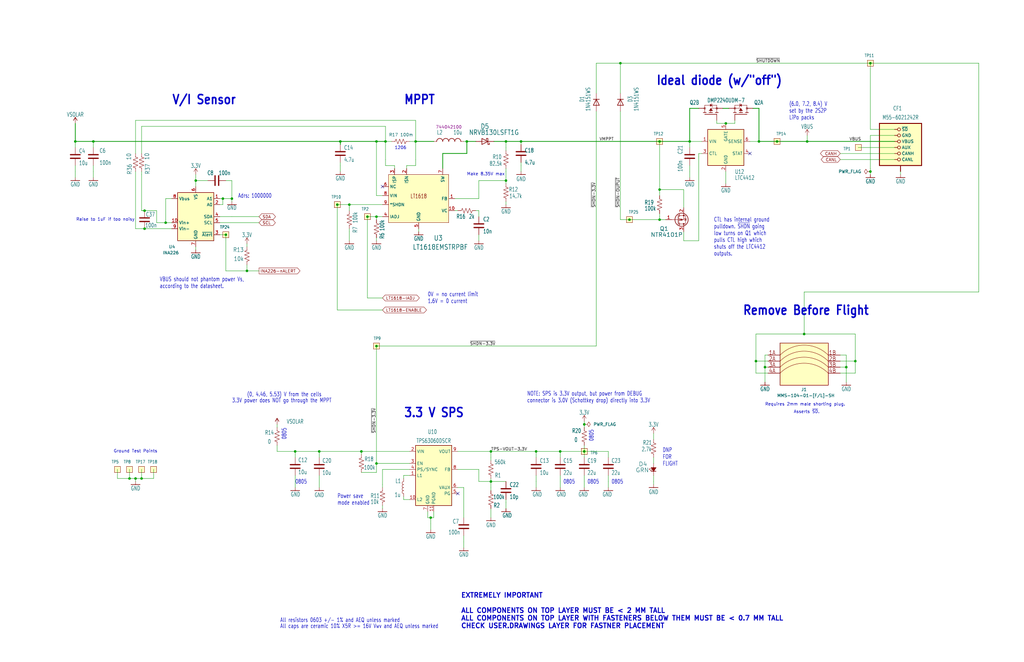
<source format=kicad_sch>
(kicad_sch (version 20250114) (generator "eeschema") (generator_version "9.0")
  (paper "USLedger")
  (title_block (title "OreSat Solar Module - Silicon Cells") (date "2025-09-16") (rev "1.1"))
  (text "DNP\nFOR\nFLIGHT" (at 279.4 196.85 0) (effects (font (size 1.778 1.27)) (justify left bottom)))
  (text "0805" (at 247.65 204.47 0) (effects (font (size 1.778 1.27)) (justify left bottom)))
  (text "CTL has internal ground\npulldown. ~{SHDN} going\nlow turns on Q1 which\npulls CTL high which\nshuts off the LTC4412\noutputs." (at 300.99 108.204 0) (effects (font (size 1.778 1.27)) (justify left bottom)))
  (text "(0, 4.46, 5.53) V from the cells" (at 104.14 167.64 0) (effects (font (size 1.778 1.27)) (justify left bottom)))
  (text "Ground Test Points" (at 57.15 190.5 0) (effects (font (size 1.27 1.27))))
  (text "Make 8.35V max" (at 196.85 74.295 0) (effects (font (size 1.27 1.27)) (justify left bottom)))
  (text "Asserts ~{SD}." (at 334.645 174.625 0) (effects (font (size 1.27 1.27)) (justify left bottom)))
  (text "Raise to 1uF if too noisy" (at 44.45 92.71 0) (effects (font (size 1.27 1.27))))
  (text "All resistors 0603 +/- 1% and AEQ unless marked" (at 118.11 262.89 0) (effects (font (size 1.778 1.27)) (justify left bottom)))
  (text "NOTE: SPS is 3.3V output, but power from DEBUG\nconnector is 3.0V (Schottkey drop) directly into 3.3V" (at 222.25 170.18 0) (effects (font (size 1.778 1.27)) (justify left bottom)))
  (text "0805" (at 120.904 185.674 90) (effects (font (size 1.778 1.27)) (justify left bottom)))
  (text "Power save\nmode enabled" (at 142.24 213.36 0) (effects (font (size 1.778 1.27)) (justify left bottom)))
  (text "3.3 V SPS" (at 170.18 176.53 0) (effects (font (size 3.81 3.2385) (thickness 0.6477) (bold yes)) (justify left bottom)))
  (text "EXTREMELY IMPORTANT\n\nALL COMPONENTS ON TOP LAYER MUST BE < 2 MM TALL\nALL COMPONENTS ON TOP LAYER WITH FASTENERS BELOW THEM MUST BE < 0.7 MM TALL\nCHECK USER.DRAWINGS LAYER FOR FASTNER PLACEMENT\n" (at 194.31 265.43 0) (effects (font (size 2 2) (thickness 0.4) (bold yes)) (justify left bottom)))
  (text "MPPT" (at 170.18 44.45 0) (effects (font (size 3.81 3.2385) (thickness 0.6477) (bold yes)) (justify left bottom)))
  (text "All caps are ceramic 10% X5R >= 16V Vwv and AEQ unless marked" (at 118.11 265.43 0) (effects (font (size 1.778 1.27)) (justify left bottom)))
  (text "Ideal diode (w/\"off\")" (at 276.606 36.322 0) (effects (font (size 3.81 3.2385) (thickness 0.6477) (bold yes)) (justify left bottom)))
  (text "0805" (at 237.49 204.47 0) (effects (font (size 1.778 1.27)) (justify left bottom)))
  (text "0805" (at 124.46 204.47 0) (effects (font (size 1.778 1.27)) (justify left bottom)))
  (text "0805" (at 250.444 186.436 90) (effects (font (size 1.778 1.27)) (justify left bottom)))
  (text "VBUS should not phantom power Vs,\naccording to the datasheet." (at 67.31 121.92 0) (effects (font (size 1.778 1.27)) (justify left bottom)))
  (text "3.3V power does NOT go through the MPPT" (at 97.79 170.18 0) (effects (font (size 1.778 1.27)) (justify left bottom)))
  (text "Remove Before Flight" (at 313.055 133.35 0) (effects (font (size 3.81 3.2385) (thickness 0.6477) (bold yes)) (justify left bottom)))
  (text "V/I Sensor" (at 72.39 44.45 0) (effects (font (size 3.81 3.2385) (thickness 0.6477) (bold yes)) (justify left bottom)))
  (text "0V = no current limit\n1.6V = 0 current" (at 180.34 128.27 0) (effects (font (size 1.778 1.27)) (justify left bottom)))
  (text "0805" (at 257.81 204.47 0) (effects (font (size 1.778 1.27)) (justify left bottom)))
  (text "1206" (at 168.91 62.484 0) (effects (font (size 1.27 1.27))))
  (text "Adrs: 1000000" (at 100.33 83.82 0) (effects (font (size 1.778 1.27)) (justify left bottom)))
  (text "(6.0, 7.2, 8.4) V\nset by the 2S2P\nLiPo packs" (at 332.74 50.8 0) (effects (font (size 1.778 1.27)) (justify left bottom)))
  (text "Requires 2mm male shorting plug." (at 322.58 171.45 0) (effects (font (size 1.27 1.27)) (justify left bottom)))
  (junction (at 60.96 88.9))
  (junction (at 54.61 201.93))
  (junction (at 306.07 52.07))
  (junction (at 213.36 76.2))
  (junction (at 175.26 59.69))
  (junction (at 97.79 83.82))
  (junction (at 152.4 190.5))
  (junction (at 60.96 96.52))
  (junction (at 339.09 140.97))
  (junction (at 278.13 92.71))
  (junction (at 327.66 59.69))
  (junction (at 158.75 195.58))
  (junction (at 69.85 93.98))
  (junction (at 219.71 59.69))
  (junction (at 213.36 59.69))
  (junction (at 59.69 201.93))
  (junction (at 340.36 59.69))
  (junction (at 142.24 86.36))
  (junction (at 196.85 59.69))
  (junction (at 367.03 26.67))
  (junction (at 236.22 190.5))
  (junction (at 207.01 203.2))
  (junction (at 265.43 92.71))
  (junction (at 158.75 91.44))
  (junction (at 320.04 59.69))
  (junction (at 158.75 59.69))
  (junction (at 360.68 152.4))
  (junction (at 226.06 190.5))
  (junction (at 82.55 76.2))
  (junction (at 181.61 218.44))
  (junction (at 162.56 59.69))
  (junction (at 134.62 190.5))
  (junction (at 356.87 154.94))
  (junction (at 158.75 146.05))
  (junction (at 95.25 99.06))
  (junction (at 318.77 152.4))
  (junction (at 57.15 201.93))
  (junction (at 31.75 59.69))
  (junction (at 143.51 59.69))
  (junction (at 290.83 59.69))
  (junction (at 104.14 114.3))
  (junction (at 278.13 59.69))
  (junction (at 39.37 59.69))
  (junction (at 154.94 91.44))
  (junction (at 278.13 80.01))
  (junction (at 246.38 190.5))
  (junction (at 322.58 154.94))
  (junction (at 246.38 179.07))
  (junction (at 147.32 86.36))
  (junction (at 93.98 83.82))
  (junction (at 261.62 26.67))
  (junction (at 124.46 190.5))
  (junction (at 367.03 72.39))
  (junction (at 207.01 190.5))
  (no_connect (at 316.23 64.77))
  (no_connect (at 193.04 208.28))
  (no_connect (at 161.29 78.74))
  (wire (pts (xy 154.94 125.73) (xy 154.94 91.44)) (stroke (width 0.1524)))
  (wire (pts (xy 134.62 200.66) (xy 134.62 205.74)))
  (wire (pts (xy 213.36 62.23) (xy 213.36 59.69)) (stroke (width 0.1524)))
  (wire (pts (xy 175.26 69.85) (xy 171.45 69.85)) (stroke (width 0.1524)))
  (wire (pts (xy 207.01 203.2) (xy 213.36 203.2)) (stroke (width 0.1524)))
  (wire (pts (xy 175.26 67.31) (xy 175.26 69.85)))
  (wire (pts (xy 207.01 205.74) (xy 207.01 207.01)))
  (wire (pts (xy 57.15 201.93) (xy 57.15 203.2)))
  (wire (pts (xy 226.06 203.2) (xy 226.06 205.74)))
  (wire (pts (xy 82.55 76.2) (xy 87.63 76.2)) (stroke (width 0.1524)))
  (wire (pts (xy 290.83 45.72) (xy 294.64 45.72)) (stroke (width 0.3048)))
  (wire (pts (xy 290.83 62.23) (xy 290.83 59.69)) (stroke (width 0.1524)))
  (wire (pts (xy 207.01 214.63) (xy 207.01 218.44)))
  (wire (pts (xy 175.26 59.69) (xy 182.88 59.69)) (stroke (width 0.3048)))
  (wire (pts (xy 195.58 226.06) (xy 195.58 228.6)) (stroke (width 0.1524)))
  (wire (pts (xy 290.83 45.72) (xy 290.83 59.69)) (stroke (width 0.3048)))
  (wire (pts (xy 302.26 50.8) (xy 302.26 52.07)) (stroke (width 0.1524)))
  (wire (pts (xy 200.66 59.69) (xy 196.85 59.69)) (stroke (width 0.3048)))
  (wire (pts (xy 39.37 72.39) (xy 39.37 69.85)) (stroke (width 0.1524)))
  (wire (pts (xy 213.36 59.69) (xy 208.28 59.69)) (stroke (width 0.3048)))
  (wire (pts (xy 57.15 50.8) (xy 175.26 50.8)) (stroke (width 0.1524)))
  (wire (pts (xy 213.36 59.69) (xy 219.71 59.69)) (stroke (width 0.3048)))
  (wire (pts (xy 152.4 190.5) (xy 172.72 190.5)) (stroke (width 0.1524)))
  (wire (pts (xy 278.13 90.17) (xy 278.13 91.44)))
  (wire (pts (xy 201.93 203.2) (xy 201.93 198.12)) (stroke (width 0.1524)))
  (wire (pts (xy 288.29 101.6) (xy 294.64 101.6)) (stroke (width 0.1524)))
  (wire (pts (xy 213.36 72.39) (xy 213.36 76.2)) (stroke (width 0.1524)))
  (wire (pts (xy 31.75 72.39) (xy 31.75 74.93)))
  (wire (pts (xy 60.96 96.52) (xy 72.39 96.52)) (stroke (width 0.1524)))
  (wire (pts (xy 322.58 161.29) (xy 322.58 154.94)) (stroke (width 0.1524)))
  (wire (pts (xy 162.56 67.31) (xy 162.56 69.85)))
  (wire (pts (xy 124.46 193.04) (xy 124.46 190.5)) (stroke (width 0.1524)))
  (wire (pts (xy 354.33 157.48) (xy 360.68 157.48)) (stroke (width 0.1524)))
  (wire (pts (xy 207.01 203.2) (xy 201.93 203.2)) (stroke (width 0.1524)))
  (wire (pts (xy 82.55 76.2) (xy 82.55 73.66)) (stroke (width 0.1524)))
  (wire (pts (xy 181.61 220.98) (xy 181.61 218.44)) (stroke (width 0.1524)))
  (wire (pts (xy 143.51 60.96) (xy 143.51 59.69)) (stroke (width 0.3048)))
  (wire (pts (xy 39.37 59.69) (xy 143.51 59.69)) (stroke (width 0.3048)))
  (wire (pts (xy 318.77 152.4) (xy 323.85 152.4)) (stroke (width 0.1524)))
  (wire (pts (xy 92.71 93.98) (xy 109.22 93.98)) (stroke (width 0.1524)))
  (wire (pts (xy 162.56 53.34) (xy 162.56 59.69)))
  (wire (pts (xy 320.04 45.72) (xy 317.5 45.72)) (stroke (width 0.3048)))
  (wire (pts (xy 92.71 91.44) (xy 97.79 91.44)))
  (wire (pts (xy 339.09 140.97) (xy 339.09 123.19)) (stroke (width 0.1524)))
  (wire (pts (xy 143.51 69.85) (xy 143.51 72.39)))
  (wire (pts (xy 320.04 59.69) (xy 327.66 59.69)) (stroke (width 0.3048)))
  (wire (pts (xy 92.71 86.36) (xy 93.98 86.36)) (stroke (width 0.1524)))
  (wire (pts (xy 143.51 69.85) (xy 143.51 68.58)) (stroke (width 0.1524)))
  (wire (pts (xy 181.61 218.44) (xy 182.88 218.44)) (stroke (width 0.1524)))
  (wire (pts (xy 31.75 59.69) (xy 39.37 59.69)) (stroke (width 0.3048)))
  (wire (pts (xy 172.72 59.69) (xy 175.26 59.69)))
  (wire (pts (xy 275.59 200.66) (xy 275.59 203.2)))
  (wire (pts (xy 57.15 50.8) (xy 57.15 64.77)) (stroke (width 0.1524)))
  (wire (pts (xy 412.75 123.19) (xy 339.09 123.19)) (stroke (width 0.1524)))
  (wire (pts (xy 290.83 72.39) (xy 290.83 69.85)) (stroke (width 0.1524)))
  (wire (pts (xy 161.29 82.55) (xy 158.75 82.55)) (stroke (width 0.1524)))
  (wire (pts (xy 306.07 72.39) (xy 306.07 77.47)))
  (wire (pts (xy 288.29 80.01) (xy 278.13 80.01)) (stroke (width 0.1524)))
  (wire (pts (xy 236.22 190.5) (xy 226.06 190.5)) (stroke (width 0.1524)))
  (wire (pts (xy 360.68 152.4) (xy 354.33 152.4)) (stroke (width 0.1524)))
  (wire (pts (xy 175.26 59.69) (xy 175.26 67.31)) (stroke (width 0.1524)))
  (wire (pts (xy 95.25 99.06) (xy 95.25 114.3)) (stroke (width 0.1524)))
  (wire (pts (xy 182.88 218.44) (xy 182.88 215.9)) (stroke (width 0.1524)))
  (wire (pts (xy 97.79 83.82) (xy 97.79 85.09)))
  (wire (pts (xy 236.22 203.2) (xy 236.22 205.74)))
  (wire (pts (xy 367.03 54.61) (xy 367.03 26.67)) (stroke (width 0.1524)))
  (wire (pts (xy 275.59 193.04) (xy 275.59 195.58)) (stroke (width 0.1524)))
  (wire (pts (xy 49.53 198.12) (xy 49.53 201.93)))
  (wire (pts (xy 207.01 193.04) (xy 207.01 194.31)))
  (wire (pts (xy 195.58 228.6) (xy 195.58 231.14)))
  (wire (pts (xy 256.54 190.5) (xy 256.54 193.04)) (stroke (width 0.1524)))
  (wire (pts (xy 142.24 130.81) (xy 161.29 130.81)) (stroke (width 0.1524)))
  (wire (pts (xy 213.36 212.09) (xy 213.36 210.82)) (stroke (width 0.1524)))
  (wire (pts (xy 207.01 203.2) (xy 207.01 205.74)) (stroke (width 0.1524)))
  (wire (pts (xy 193.04 190.5) (xy 207.01 190.5)) (stroke (width 0.1524)))
  (wire (pts (xy 236.22 203.2) (xy 236.22 200.66)) (stroke (width 0.1524)))
  (wire (pts (xy 158.75 195.58) (xy 172.72 195.58)) (stroke (width 0.1524)))
  (wire (pts (xy 302.26 52.07) (xy 306.07 52.07)) (stroke (width 0.1524)))
  (wire (pts (xy 309.88 52.07) (xy 309.88 50.8)) (stroke (width 0.1524)))
  (wire (pts (xy 95.25 114.3) (xy 104.14 114.3)) (stroke (width 0.1524)))
  (wire (pts (xy 294.64 64.77) (xy 294.64 66.04)))
  (wire (pts (xy 207.01 190.5) (xy 226.06 190.5)) (stroke (width 0.1524)))
  (wire (pts (xy 322.58 149.86) (xy 323.85 149.86)) (stroke (width 0.1524)))
  (wire (pts (xy 180.34 218.44) (xy 181.61 218.44)) (stroke (width 0.1524)))
  (wire (pts (xy 379.73 72.39) (xy 379.73 73.66)))
  (wire (pts (xy 116.84 190.5) (xy 116.84 187.96)) (stroke (width 0.1524)))
  (wire (pts (xy 213.36 85.09) (xy 213.36 86.36)))
  (wire (pts (xy 193.04 198.12) (xy 201.93 198.12)) (stroke (width 0.1524)))
  (wire (pts (xy 323.85 157.48) (xy 318.77 157.48)) (stroke (width 0.1524)))
  (wire (pts (xy 193.04 205.74) (xy 195.58 205.74)) (stroke (width 0.1524)))
  (wire (pts (xy 246.38 203.2) (xy 246.38 205.74)))
  (wire (pts (xy 66.04 93.98) (xy 69.85 93.98)) (stroke (width 0.1524)))
  (wire (pts (xy 278.13 91.44) (xy 278.13 92.71)) (stroke (width 0.1524)))
  (wire (pts (xy 31.75 59.69) (xy 31.75 62.23)))
  (wire (pts (xy 59.69 53.34) (xy 162.56 53.34)) (stroke (width 0.1524)))
  (wire (pts (xy 288.29 97.79) (xy 288.29 101.6)) (stroke (width 0.1524)))
  (wire (pts (xy 294.64 101.6) (xy 294.64 66.04)) (stroke (width 0.1524)))
  (wire (pts (xy 261.62 26.67) (xy 251.46 26.67)) (stroke (width 0.1524)))
  (wire (pts (xy 134.62 190.5) (xy 124.46 190.5)) (stroke (width 0.1524)))
  (wire (pts (xy 278.13 59.69) (xy 278.13 80.01)) (stroke (width 0.1524)))
  (wire (pts (xy 226.06 200.66) (xy 226.06 203.2)) (stroke (width 0.1524)))
  (wire (pts (xy 322.58 154.94) (xy 322.58 149.86)) (stroke (width 0.1524)))
  (wire (pts (xy 294.64 64.77) (xy 295.91 64.77)))
  (wire (pts (xy 356.87 149.86) (xy 356.87 154.94)) (stroke (width 0.1524)))
  (wire (pts (xy 339.09 140.97) (xy 360.68 140.97)) (stroke (width 0.1524)))
  (wire (pts (xy 195.58 205.74) (xy 195.58 218.44)) (stroke (width 0.1524)))
  (wire (pts (xy 278.13 80.01) (xy 278.13 81.28)) (stroke (width 0.1524)))
  (wire (pts (xy 147.32 97.79) (xy 147.32 101.6)) (stroke (width 0.1524)))
  (wire (pts (xy 57.15 96.52) (xy 57.15 72.39)) (stroke (width 0.1524)))
  (wire (pts (xy 201.93 91.44) (xy 201.93 88.9)) (stroke (width 0.1524)))
  (wire (pts (xy 161.29 198.12) (xy 172.72 198.12)) (stroke (width 0.1524)))
  (wire (pts (xy 54.61 201.93) (xy 54.61 198.12)))
  (wire (pts (xy 124.46 200.66) (xy 124.46 203.2)) (stroke (width 0.1524)))
  (wire (pts (xy 60.96 88.9) (xy 59.69 88.9)))
  (wire (pts (xy 64.77 198.12) (xy 64.77 201.93)))
  (wire (pts (xy 213.36 76.2) (xy 201.93 76.2)) (stroke (width 0.1524)))
  (wire (pts (xy 134.62 190.5) (xy 134.62 193.04)) (stroke (width 0.1524)))
  (wire (pts (xy 147.32 96.52) (xy 147.32 97.79)))
  (wire (pts (xy 354.33 154.94) (xy 356.87 154.94)) (stroke (width 0.1524)))
  (wire (pts (xy 59.69 73.66) (xy 59.69 88.9)) (stroke (width 0.1524)))
  (wire (pts (xy 278.13 92.71) (xy 265.43 92.71)) (stroke (width 0.1524)))
  (wire (pts (xy 196.85 64.77) (xy 196.85 59.69)) (stroke (width 0.3048)))
  (wire (pts (xy 354.33 67.31) (xy 377.19 67.31)) (stroke (width 0.1524)))
  (wire (pts (xy 278.13 59.69) (xy 290.83 59.69)) (stroke (width 0.3048)))
  (wire (pts (xy 158.75 195.58) (xy 158.75 146.05)) (stroke (width 0.1524)))
  (wire (pts (xy 147.32 86.36) (xy 142.24 86.36)) (stroke (width 0.1524)))
  (wire (pts (xy 171.45 69.85) (xy 171.45 71.12)) (stroke (width 0.1524)))
  (wire (pts (xy 246.38 179.07) (xy 246.38 180.34)) (stroke (width 0.1524)))
  (wire (pts (xy 377.19 54.61) (xy 367.03 54.61)) (stroke (width 0.1524)))
  (wire (pts (xy 186.69 64.77) (xy 196.85 64.77)) (stroke (width 0.3048)))
  (wire (pts (xy 207.01 193.04) (xy 207.01 190.5)) (stroke (width 0.1524)))
  (wire (pts (xy 161.29 86.36) (xy 147.32 86.36)) (stroke (width 0.1524)))
  (wire (pts (xy 134.62 190.5) (xy 152.4 190.5)) (stroke (width 0.1524)))
  (wire (pts (xy 49.53 201.93) (xy 54.61 201.93)))
  (wire (pts (xy 200.66 88.9) (xy 201.93 88.9)))
  (wire (pts (xy 280.67 92.71) (xy 278.13 92.71)) (stroke (width 0.1524)))
  (wire (pts (xy 154.94 91.44) (xy 158.75 91.44)) (stroke (width 0.1524)))
  (wire (pts (xy 367.03 71.12) (xy 367.03 57.15)) (stroke (width 0.1524)))
  (wire (pts (xy 92.71 83.82) (xy 93.98 83.82)))
  (wire (pts (xy 39.37 59.69) (xy 39.37 62.23)))
  (wire (pts (xy 261.62 39.37) (xy 261.62 26.67)) (stroke (width 0.1524)))
  (wire (pts (xy 354.33 149.86) (xy 356.87 149.86)) (stroke (width 0.1524)))
  (wire (pts (xy 278.13 81.28) (xy 278.13 82.55)))
  (wire (pts (xy 69.85 83.82) (xy 72.39 83.82)) (stroke (width 0.1524)))
  (wire (pts (xy 93.98 83.82) (xy 97.79 83.82)))
  (wire (pts (xy 322.58 154.94) (xy 323.85 154.94)) (stroke (width 0.1524)))
  (wire (pts (xy 318.77 152.4) (xy 318.77 140.97)) (stroke (width 0.1524)))
  (wire (pts (xy 39.37 72.39) (xy 39.37 74.93)))
  (wire (pts (xy 162.56 59.69) (xy 162.56 67.31)) (stroke (width 0.1524)))
  (wire (pts (xy 59.69 72.39) (xy 59.69 73.66)))
  (wire (pts (xy 181.61 220.98) (xy 181.61 223.52)))
  (wire (pts (xy 170.18 210.82) (xy 172.72 210.82)))
  (wire (pts (xy 158.75 91.44) (xy 161.29 91.44)) (stroke (width 0.1524)))
  (wire (pts (xy 180.34 215.9) (xy 180.34 218.44)) (stroke (width 0.1524)))
  (wire (pts (xy 213.36 212.09) (xy 213.36 214.63)))
  (wire (pts (xy 256.54 203.2) (xy 256.54 200.66)) (stroke (width 0.1524)))
  (wire (pts (xy 161.29 213.36) (xy 161.29 214.63)))
  (wire (pts (xy 97.79 91.44) (xy 109.22 91.44)) (stroke (width 0.1524)))
  (wire (pts (xy 213.36 71.12) (xy 213.36 72.39)))
  (wire (pts (xy 219.71 69.85) (xy 219.71 72.39)))
  (wire (pts (xy 152.4 199.39) (xy 158.75 199.39)) (stroke (width 0.1524)))
  (wire (pts (xy 261.62 46.99) (xy 261.62 92.71)) (stroke (width 0.1524)))
  (wire (pts (xy 143.51 59.69) (xy 158.75 59.69)) (stroke (width 0.3048)))
  (wire (pts (xy 161.29 125.73) (xy 154.94 125.73)) (stroke (width 0.1524)))
  (wire (pts (xy 360.68 140.97) (xy 360.68 152.4)) (stroke (width 0.1524)))
  (wire (pts (xy 340.36 59.69) (xy 340.36 57.15)) (stroke (width 0.1524)))
  (wire (pts (xy 306.07 52.07) (xy 309.88 52.07)) (stroke (width 0.1524)))
  (wire (pts (xy 175.26 50.8) (xy 175.26 59.69)))
  (wire (pts (xy 82.55 78.74) (xy 82.55 76.2)) (stroke (width 0.1524)))
  (wire (pts (xy 261.62 26.67) (xy 367.03 26.67)) (stroke (width 0.1524)))
  (wire (pts (xy 97.79 76.2) (xy 97.79 83.82)))
  (wire (pts (xy 195.58 59.69) (xy 196.85 59.69)))
  (wire (pts (xy 176.53 96.52) (xy 176.53 97.79)) (stroke (width 0.1524)))
  (wire (pts (xy 59.69 53.34) (xy 59.69 64.77)) (stroke (width 0.1524)))
  (wire (pts (xy 236.22 193.04) (xy 236.22 190.5)) (stroke (width 0.1524)))
  (wire (pts (xy 158.75 82.55) (xy 158.75 59.69)) (stroke (width 0.1524)))
  (wire (pts (xy 97.79 76.2) (xy 95.25 76.2)) (stroke (width 0.1524)))
  (wire (pts (xy 327.66 59.69) (xy 340.36 59.69)) (stroke (width 0.3048)))
  (wire (pts (xy 288.29 80.01) (xy 288.29 87.63)) (stroke (width 0.1524)))
  (wire (pts (xy 340.36 59.69) (xy 377.19 59.69)) (stroke (width 0.3048)))
  (wire (pts (xy 360.68 157.48) (xy 360.68 152.4)) (stroke (width 0.1524)))
  (wire (pts (xy 251.46 146.05) (xy 251.46 46.99)) (stroke (width 0.1524)))
  (wire (pts (xy 246.38 190.5) (xy 236.22 190.5)) (stroke (width 0.1524)))
  (wire (pts (xy 66.04 88.9) (xy 66.04 93.98)) (stroke (width 0.1524)))
  (wire (pts (xy 226.06 190.5) (xy 226.06 193.04)) (stroke (width 0.1524)))
  (wire (pts (xy 251.46 26.67) (xy 251.46 39.37)) (stroke (width 0.1524)))
  (wire (pts (xy 246.38 177.8) (xy 246.38 179.07)))
  (wire (pts (xy 147.32 87.63) (xy 147.32 86.36)) (stroke (width 0.1524)))
  (wire (pts (xy 147.32 87.63) (xy 147.32 88.9)))
  (wire (pts (xy 152.4 190.5) (xy 152.4 191.77)))
  (wire (pts (xy 412.75 26.67) (xy 412.75 123.19)) (stroke (width 0.1524)))
  (wire (pts (xy 162.56 69.85) (xy 166.37 69.85)) (stroke (width 0.1524)))
  (wire (pts (xy 69.85 93.98) (xy 72.39 93.98)) (stroke (width 0.1524)))
  (wire (pts (xy 246.38 203.2) (xy 246.38 200.66)) (stroke (width 0.1524)))
  (wire (pts (xy 219.71 69.85) (xy 219.71 68.58)) (stroke (width 0.1524)))
  (wire (pts (xy 57.15 96.52) (xy 60.96 96.52)) (stroke (width 0.1524)))
  (wire (pts (xy 261.62 92.71) (xy 265.43 92.71)) (stroke (width 0.1524)))
  (wire (pts (xy 64.77 201.93) (xy 59.69 201.93)))
  (wire (pts (xy 95.25 99.06) (xy 92.71 99.06)) (stroke (width 0.1524)))
  (wire (pts (xy 356.87 154.94) (xy 356.87 161.29)) (stroke (width 0.1524)))
  (wire (pts (xy 246.38 190.5) (xy 256.54 190.5)) (stroke (width 0.1524)))
  (wire (pts (xy 201.93 83.82) (xy 191.77 83.82)) (stroke (width 0.1524)))
  (wire (pts (xy 161.29 198.12) (xy 161.29 204.47)))
  (wire (pts (xy 162.56 59.69) (xy 165.1 59.69)))
  (wire (pts (xy 60.96 88.9) (xy 66.04 88.9)))
  (wire (pts (xy 69.85 83.82) (xy 69.85 93.98)) (stroke (width 0.1524)))
  (wire (pts (xy 367.03 72.39) (xy 367.03 73.66)))
  (wire (pts (xy 59.69 88.9) (xy 60.96 88.9)) (stroke (width 0.1524)))
  (wire (pts (xy 246.38 193.04) (xy 246.38 190.5)) (stroke (width 0.1524)))
  (wire (pts (xy 316.23 59.69) (xy 320.04 59.69)))
  (wire (pts (xy 104.14 114.3) (xy 104.14 111.76)) (stroke (width 0.1524)))
  (wire (pts (xy 367.03 26.67) (xy 412.75 26.67)) (stroke (width 0.1524)))
  (wire (pts (xy 104.14 114.3) (xy 109.22 114.3)) (stroke (width 0.1524)))
  (wire (pts (xy 367.03 71.12) (xy 367.03 72.39)))
  (wire (pts (xy 31.75 59.69) (xy 31.75 52.07)) (stroke (width 0.3048)))
  (wire (pts (xy 82.55 105.41) (xy 82.55 104.14)) (stroke (width 0.1524)))
  (wire (pts (xy 201.93 99.06) (xy 201.93 101.6)))
  (wire (pts (xy 161.29 204.47) (xy 161.29 205.74)) (stroke (width 0.1524)))
  (wire (pts (xy 31.75 69.85) (xy 31.75 72.39)) (stroke (width 0.1524)))
  (wire (pts (xy 124.46 190.5) (xy 116.84 190.5)) (stroke (width 0.1524)))
  (wire (pts (xy 275.59 182.88) (xy 275.59 185.42)))
  (wire (pts (xy 158.75 146.05) (xy 251.46 146.05)) (stroke (width 0.1524)))
  (wire (pts (xy 318.77 140.97) (xy 339.09 140.97)) (stroke (width 0.1524)))
  (wire (pts (xy 116.84 179.07) (xy 116.84 180.34)))
  (wire (pts (xy 207.01 201.93) (xy 207.01 203.2)))
  (wire (pts (xy 143.51 60.96) (xy 143.51 59.69)))
  (wire (pts (xy 166.37 69.85) (xy 166.37 71.12)) (stroke (width 0.1524)))
  (wire (pts (xy 318.77 157.48) (xy 318.77 152.4)) (stroke (width 0.1524)))
  (wire (pts (xy 170.18 210.82) (xy 170.18 209.55)))
  (wire (pts (xy 213.36 76.2) (xy 213.36 77.47)) (stroke (width 0.1524)))
  (wire (pts (xy 57.15 201.93) (xy 59.69 201.93)))
  (wire (pts (xy 377.19 64.77) (xy 354.33 64.77)) (stroke (width 0.1524)))
  (wire (pts (xy 377.19 57.15) (xy 367.03 57.15)) (stroke (width 0.1524)))
  (wire (pts (xy 93.98 83.82) (xy 93.98 86.36)) (stroke (width 0.1524)))
  (wire (pts (xy 59.69 201.93) (xy 59.69 198.12)))
  (wire (pts (xy 158.75 91.44) (xy 158.75 92.71)))
  (wire (pts (xy 57.15 201.93) (xy 54.61 201.93)))
  (wire (pts (xy 219.71 60.96) (xy 219.71 59.69)))
  (wire (pts (xy 201.93 76.2) (xy 201.93 83.82)) (stroke (width 0.1524)))
  (wire (pts (xy 213.36 62.23) (xy 213.36 63.5)))
  (wire (pts (xy 320.04 45.72) (xy 320.04 59.69)) (stroke (width 0.3048)))
  (wire (pts (xy 256.54 203.2) (xy 256.54 205.74)))
  (wire (pts (xy 219.71 59.69) (xy 278.13 59.69)) (stroke (width 0.3048)))
  (wire (pts (xy 170.18 201.93) (xy 170.18 200.66)))
  (wire (pts (xy 275.59 203.2) (xy 275.59 204.47)) (stroke (width 0.1524)))
  (wire (pts (xy 304.8 45.72) (xy 307.34 45.72)) (stroke (width 0.3048)))
  (wire (pts (xy 124.46 203.2) (xy 124.46 205.74)))
  (wire (pts (xy 158.75 59.69) (xy 162.56 59.69)) (stroke (width 0.3048)))
  (wire (pts (xy 142.24 86.36) (xy 142.24 130.81)) (stroke (width 0.1524)))
  (wire (pts (xy 290.83 72.39) (xy 290.83 74.93)))
  (wire (pts (xy 186.69 71.12) (xy 186.69 64.77)) (stroke (width 0.3048)))
  (wire (pts (xy 377.19 62.23) (xy 361.95 62.23)) (stroke (width 0.1524)))
  (wire (pts (xy 104.14 102.87) (xy 104.14 104.14)))
  (wire (pts (xy 158.75 100.33) (xy 158.75 101.6)))
  (wire (pts (xy 170.18 200.66) (xy 172.72 200.66)))
  (wire (pts (xy 193.04 88.9) (xy 191.77 88.9)) (stroke (width 0.1524)))
  (wire (pts (xy 290.83 59.69) (xy 295.91 59.69)))
  (wire (pts (xy 246.38 187.96) (xy 246.38 190.5)))
  (wire (pts (xy 158.75 199.39) (xy 158.75 195.58)) (stroke (width 0.1524)))
  (label "~{SHDN-3.3V}" (at 158.75 182.88 90) (effects (font (size 1.2446 1.2446))))
  (label "VMPPT" (at 252.73 59.69 0) (effects (font (size 1.2446 1.2446))))
  (label "TPS-VOUT-3.3V" (at 207.01 190.5 0) (effects (font (size 1.2446 1.2446))))
  (label "VBUS" (at 358.14 59.69 0) (effects (font (size 1.2446 1.2446))))
  (label "~{SHDN-3.3V}" (at 198.12 146.05 0) (effects (font (size 1.2446 1.2446))))
  (label "~{SHUTDOWN}" (at 318.77 26.67 0) (effects (font (size 1.2446 1.2446))))
  (label "~{SHDN-OUPUT}" (at 261.62 87.63 90) (effects (font (size 1.2446 1.2446))))
  (label "~{SHDN-3.3V}" (at 251.46 87.63 90) (effects (font (size 1.2446 1.2446))))
  (global_label "SCL" (shape bidirectional) (at 109.22 93.98 0) (effects (font (size 1.2446 1.2446))) (property "Intersheetrefs" "${INTERSHEET_REFS}" (effects (hide yes))))
  (global_label "CANH" (shape bidirectional) (at 354.33 64.77 180) (effects (font (size 1.2446 1.2446))) (property "Intersheetrefs" "${INTERSHEET_REFS}" (effects (hide yes))))
  (global_label "LT1618-IADJ" (shape bidirectional) (at 161.29 125.73 0) (effects (font (size 1.2446 1.2446))) (property "Intersheetrefs" "${INTERSHEET_REFS}" (effects (hide yes))))
  (global_label "CANL" (shape bidirectional) (at 354.33 67.31 180) (effects (font (size 1.2446 1.2446))) (property "Intersheetrefs" "${INTERSHEET_REFS}" (effects (hide yes))))
  (global_label "INA226-nALERT" (shape output) (at 109.22 114.3 0) (property "Intersheetrefs" "${INTERSHEET_REFS}" (effects (hide yes))))
  (global_label "SDA" (shape bidirectional) (at 109.22 91.44 0) (effects (font (size 1.2446 1.2446))) (property "Intersheetrefs" "${INTERSHEET_REFS}" (effects (hide yes))))
  (global_label "LT1618-ENABLE" (shape bidirectional) (at 161.29 130.81 0) (effects (font (size 1.2446 1.2446))) (property "Intersheetrefs" "${INTERSHEET_REFS}" (effects (hide yes))))
  (symbol (lib_id "oresat-power:GND") (at 226.06 205.74 0) (mirror y) (unit 1)
    (property "Reference" "#GND025" (effects (hide yes)))
    (property "Value" "GND" (at 228.6 209.55 0) (effects (font (size 1.778 1.27)) (justify left bottom)))
    (property "Description" "Power symbol creates a global label with name \"GND\" , ground" (effects (hide yes)))
  )
  (symbol (lib_id "oresat-power:GND") (at 176.53 97.79 0) (unit 1)
    (property "Reference" "#GND05" (effects (hide yes)))
    (property "Value" "GND" (at 174.498 101.6 0) (effects (font (size 1.778 1.27)) (justify left bottom)))
    (property "Description" "Power symbol creates a global label with name \"GND\" , ground" (effects (hide yes)))
  )
  (symbol (lib_id "Device:C") (at 236.22 196.85 0) (unit 1)
    (property "Reference" "C15" (at 237.49 195.326 0) (effects (font (size 1.778 1.27)) (justify left bottom)))
    (property "Value" "22u" (at 237.49 200.406 0) (effects (font (size 1.778 1.27)) (justify left bottom)))
    (property "Footprint" "oresat-passives:0805-C-NOSILK" (effects (hide yes)))
    (property "Description" "22 µF ±20% 25V Ceramic Capacitor X5R 0805 (2012 Metric)" (effects (hide yes)))
    (property "DIS" "Digi-Key" (effects (hide yes)))
    (property "DPN" "GRT21BR61E226ME13L" (effects (hide yes)))
    (property "MFR" "Murata" (effects (hide yes)))
    (property "MPN" "490-12389-2-ND" (effects (hide yes)))
  )
  (symbol (lib_id "Transistor_FET:NTR2101P") (at 285.75 92.71 0) (mirror x) (unit 1)
    (property "Reference" "Q1" (at 278.13 96.52 0) (effects (font (size 1.75 1.75)) (justify left)))
    (property "Value" "NTR4101P" (at 274.32 99.06 0) (effects (font (size 1.75 1.75)) (justify left)))
    (property "Footprint" "Package_TO_SOT_SMD:SOT-23" (effects (hide yes)))
    (property "Datasheet" "http://www.onsemi.com/pub/Collateral/NTR2101P-D.PDF" (effects (hide yes)))
    (property "Description" "P-Channel 20V 1.8A (Ta) 420mW (Ta) Surface Mount SOT-23-3 (TO-236)" (effects (hide yes)))
    (property "DPN" "NTR4101PT1GOSCT-ND" (effects (hide yes)))
    (property "MFR" "On Semiconductor" (effects (hide yes)))
    (property "MPN" "NTR4101PT1G" (effects (hide yes)))
  )
  (symbol (lib_id "oresat-power:GND") (at 143.51 72.39 0) (unit 1)
    (property "Reference" "#GND046" (effects (hide yes)))
    (property "Value" "GND" (at 141.478 76.2 0) (effects (font (size 1.778 1.27)) (justify left bottom)))
    (property "Description" "Power symbol creates a global label with name \"GND\" , ground" (effects (hide yes)))
  )
  (symbol (lib_id "Device:R_US") (at 213.36 81.28 180) (unit 1)
    (property "Reference" "R12" (at 218.44 78.994 0) (effects (font (size 1.778 1.27)) (justify left bottom)))
    (property "Value" "14.7k" (at 220.218 81.788 0) (effects (font (size 1.778 1.27)) (justify left bottom)))
    (property "Footprint" "oresat-passives:0603-C-NOSILK" (effects (hide yes)))
    (property "Description" "14.7 kOhms ±1% 0.1W, 1/10W Chip Resistor 0603 (1608 Metric) Automotive AEC-Q200 Thick Film" (effects (hide yes)))
    (property "DIS" "Digi-Key" (effects (hide yes)))
    (property "DPN" "RMCF0603FT14K7TR-ND" (effects (hide yes)))
    (property "MFR" "Stackpole Electronics Inc" (effects (hide yes)))
    (property "MPN" "RMCF0603FT14K7" (effects (hide yes)))
  )
  (symbol (lib_id "oresat-misc:Test-Point-0.75mm-th") (at 367.03 26.67 0) (mirror y) (unit 1) (in_bom no)
    (property "Reference" "TP11" (at 364.49 24.13 0) (effects (font (size 1.27 1.0795)) (justify right bottom)))
    (property "Value" "TEST-POINT-LARGE-SQUARE" (effects (hide yes)))
    (property "Footprint" "oresat-misc:TestPoint-0.75mm-th" (effects (hide yes)))
    (property "Description" "0.75 mm TH test point; good for scope probes and jumpers" (effects (hide yes)))
  )
  (symbol (lib_id "Device:C") (at 91.44 76.2 90) (mirror x) (unit 1)
    (property "Reference" "C8" (at 87.376 73.914 90) (effects (font (size 1.778 1.27)) (justify right bottom)))
    (property "Value" "100n" (at 92.202 73.914 90) (effects (font (size 1.778 1.27)) (justify right bottom)))
    (property "Footprint" "oresat-passives:0603-C-NOSILK" (effects (hide yes)))
    (property "Description" "100 nF (0.1µF) ±10% 25V Ceramic Capacitor X5R 0603 (1608 Metric)" (effects (hide yes)))
    (property "DIS" "Digi-Key" (effects (hide yes)))
    (property "DPN" "587-3472-1-ND" (effects (hide yes)))
    (property "MFR" "Taiyo Yuden" (effects (hide yes)))
    (property "MPN" "TMK107BJ104KAHT" (effects (hide yes)))
  )
  (symbol (lib_id "oresat-misc:Test-Point-0.75mm-th") (at 142.24 86.36 0) (unit 1) (in_bom no)
    (property "Reference" "TP10" (at 139.7 83.82 0) (effects (font (size 1.27 1.0795)) (justify left bottom)))
    (property "Value" "TEST-POINT-LARGE-SQUARE" (effects (hide yes)))
    (property "Footprint" "oresat-misc:TestPoint-0.75mm-th" (effects (hide yes)))
    (property "Description" "0.75 mm TH test point; good for scope probes and jumpers" (effects (hide yes)))
  )
  (symbol (lib_id "Device:R_US") (at 207.01 210.82 180) (unit 1)
    (property "Reference" "R2" (at 210.82 212.3186 0) (effects (font (size 1.778 1.27)) (justify left bottom)))
    (property "Value" "100k" (at 212.852 208.788 0) (effects (font (size 1.778 1.27)) (justify left bottom)))
    (property "Footprint" "oresat-passives:0603-C-NOSILK" (effects (hide yes)))
    (property "Description" "100 kOhms ±5% 0.1W, 1/10W Chip Resistor 0603 (1608 Metric) Automotive AEC-Q200 Thick Film" (effects (hide yes)))
    (property "DIS" "Digi-Key" (effects (hide yes)))
    (property "DPN" "RMCF0603FT100KCT-ND" (effects (hide yes)))
    (property "MFR" "Stackpole Electronics Inc" (effects (hide yes)))
    (property "MPN" "RMCF0603FT100K" (effects (hide yes)))
  )
  (symbol (lib_id "Device:R_US") (at 275.59 189.23 0) (unit 1)
    (property "Reference" "R21" (at 271.018 187.706 0) (effects (font (size 1.778 1.27)) (justify left bottom)))
    (property "Value" "2.7k" (at 270.51 190.5 0) (effects (font (size 1.778 1.27)) (justify left bottom)))
    (property "Footprint" "oresat-passives:0603-C-NOSILK" (effects (hide yes)))
    (property "Description" "2.7 kOhms ±1% 0.1W, 1/10W Chip Resistor 0603 (1608 Metric) Automotive AEC-Q200 Thick Film" (effects (hide yes)))
    (property "DIS" "Digi-Key" (effects (hide yes)))
    (property "DPN" "RMCF0603FT2K70TR-ND" (effects (hide yes)))
    (property "MFR" "Stackpole Electronics Inc " (effects (hide yes)))
    (property "MPN" "RMCF0603FT2K70" (effects (hide yes)))
  )
  (symbol (lib_id "oresat-power:GND") (at 379.73 73.66 0) (unit 1)
    (property "Reference" "#GND018" (effects (hide yes)))
    (property "Value" "GND" (at 377.698 77.47 0) (effects (font (size 1.778 1.27)) (justify left bottom)))
    (property "Description" "Power symbol creates a global label with name \"GND\" , ground" (effects (hide yes)))
  )
  (symbol (lib_id "oresat-power:GND") (at 181.61 223.52 0) (unit 1)
    (property "Reference" "#GND014" (effects (hide yes)))
    (property "Value" "GND" (at 179.578 227.33 0) (effects (font (size 1.778 1.27)) (justify left bottom)))
    (property "Description" "Power symbol creates a global label with name \"GND\" , ground" (effects (hide yes)))
  )
  (symbol (lib_id "oresat-connectors:M55-6021242R") (at 379.73 59.69 0) (unit 1)
    (property "Reference" "CF1" (at 378.46 45.72 0) (effects (font (size 1.778 1.27))))
    (property "Value" "M55-6021242R" (at 379.73 49.53 0) (effects (font (size 1.778 1.27))))
    (property "Footprint" "oresat-connectors:J-Harwin-M55-60X1242R" (effects (hide yes)))
    (property "Datasheet" "https://cdn.harwin.com/pdfs/M55-60X.pdf" (effects (hide yes)))
    (property "Description" "OreSat Solar Module Connector" (effects (hide yes)))
    (property "DIS" "Digi-Key" (effects (hide yes)))
    (property "DPN" "952-3851-2-ND" (effects (hide yes)))
    (property "MFR" "Harwin" (effects (hide yes)))
    (property "MPN" "M55-6021242R" (effects (hide yes)))
  )
  (symbol (lib_id "oresat-misc:Test-Point-0.75mm-th") (at 361.95 62.23 0) (unit 1) (in_bom no)
    (property "Reference" "TP1" (at 355.6 63.5 0) (effects (font (size 1.27 1.0795)) (justify left bottom)))
    (property "Value" "TEST-POINT-LARGE-SQUARE" (effects (hide yes)))
    (property "Footprint" "oresat-misc:TestPoint-0.75mm-th" (effects (hide yes)))
    (property "Description" "0.75 mm TH test point; good for scope probes and jumpers" (effects (hide yes)))
  )
  (symbol (lib_id "Device:C") (at 134.62 196.85 0) (unit 1)
    (property "Reference" "C20" (at 135.89 195.326 0) (effects (font (size 1.778 1.27)) (justify left bottom)))
    (property "Value" "10u" (at 135.89 200.406 0) (effects (font (size 1.778 1.27)) (justify left bottom)))
    (property "Footprint" "oresat-passives:0603-C-NOSILK" (effects (hide yes)))
    (property "Description" "10 µF ±10% 16V Ceramic Capacitor X5R 0603 (1608 Metric)" (effects (hide yes)))
    (property "DIS" "Digi-Key" (effects (hide yes)))
    (property "DPN" "490-12317-1-ND" (effects (hide yes)))
    (property "MFR" "Murata Electronics" (effects (hide yes)))
    (property "MPN" "GRT188R61C106KE13D" (effects (hide yes)))
  )
  (symbol (lib_id "Device:C") (at 31.75 66.04 0) (unit 1)
    (property "Reference" "C4" (at 33.274 64.643 0) (effects (font (size 1.778 1.27)) (justify left bottom)))
    (property "Value" "10u" (at 33.274 69.723 0) (effects (font (size 1.778 1.27)) (justify left bottom)))
    (property "Footprint" "oresat-passives:0603-C-NOSILK" (effects (hide yes)))
    (property "Description" "10 µF ±10% 16V Ceramic Capacitor X5R 0603 (1608 Metric)" (effects (hide yes)))
    (property "DIS" "Digi-Key" (effects (hide yes)))
    (property "DPN" "490-12317-1-ND" (effects (hide yes)))
    (property "MFR" "Murata Electronics" (effects (hide yes)))
    (property "MPN" "GRT188R61C106KE13D" (effects (hide yes)))
  )
  (symbol (lib_id "oresat-misc:Test-Point-0.75mm-th") (at 64.77 198.12 0) (unit 1) (in_bom no)
    (property "Reference" "TP18" (at 62.23 195.58 0) (effects (font (size 1.27 1.0795)) (justify left bottom)))
    (property "Value" "TEST-POINT-LARGE-SQUARE" (effects (hide yes)))
    (property "Footprint" "oresat-misc:TestPoint-0.75mm-th" (effects (hide yes)))
    (property "Description" "0.75 mm TH test point; good for scope probes and jumpers" (effects (hide yes)))
  )
  (symbol (lib_id "oresat-power:GND") (at 57.15 203.2 0) (unit 1)
    (property "Reference" "#GND021" (effects (hide yes)))
    (property "Value" "GND" (at 55.118 207.01 0) (effects (font (size 1.778 1.27)) (justify left bottom)))
    (property "Description" "Power symbol creates a global label with name \"GND\" , ground" (effects (hide yes)))
  )
  (symbol (lib_id "oresat-power:GND") (at 134.62 205.74 0) (unit 1)
    (property "Reference" "#GND024" (effects (hide yes)))
    (property "Value" "GND" (at 132.588 209.804 0) (effects (font (size 1.778 1.27)) (justify left bottom)))
    (property "Description" "Power symbol creates a global label with name \"GND\" , ground" (effects (hide yes)))
  )
  (symbol (lib_id "Device:C") (at 201.93 95.25 0) (unit 1)
    (property "Reference" "C2" (at 203.708 93.472 0) (effects (font (size 1.778 1.27)) (justify left bottom)))
    (property "Value" "10n" (at 203.708 98.552 0) (effects (font (size 1.778 1.27)) (justify left bottom)))
    (property "Footprint" "oresat-passives:0603-C-NOSILK" (effects (hide yes)))
    (property "Description" "10 nF (10000pF) ±10% 50V Ceramic Capacitor X7R 0603 (1608 Metric)" (effects (hide yes)))
    (property "DIS" "Digi-Key" (effects (hide yes)))
    (property "DPN" "399-14102-1-ND" (effects (hide yes)))
    (property "MFR" "KEMET" (effects (hide yes)))
    (property "MPN" "C0603C103J3GECAUTO" (effects (hide yes)))
  )
  (symbol (lib_id "Device:LED_Small_Filled") (at 275.59 198.12 90) (unit 1)
    (property "Reference" "D4" (at 269.24 196.85 90) (effects (font (size 1.778 1.778)) (justify right top)))
    (property "Value" "GRN" (at 267.97 199.39 90) (effects (font (size 1.778 1.778)) (justify right top)))
    (property "Footprint" "LED_SMD:LED_0603_1608Metric" (effects (hide yes)))
    (property "Description" "Light emitting diode, small symbol, filled shape" (effects (hide yes)))
    (property "DIS" "Digi-Key" (effects (hide yes)))
    (property "DPN" "732-4971-1-ND" (effects (hide yes)))
    (property "MFR" "Wurth" (effects (hide yes)))
    (property "MPN" "150060GS75000" (effects (hide yes)))
    (property "Sim.Pins" "1=K 2=A" (effects (hide yes)))
  )
  (symbol (lib_id "Device:L") (at 170.18 205.74 180) (unit 1)
    (property "Reference" "L1" (at 167.894 202.946 0) (effects (font (size 1.778 1.27))))
    (property "Value" "1u" (at 167.64 208.788 0) (effects (font (size 1.778 1.27))))
    (property "Footprint" "oresat-passives:IND_1226AS-H-1R0N=P2" (effects (hide yes)))
    (property "Description" "1 µH Shielded Drum Core, Wirewound Inductor 3.7 A 29mOhm Max Nonstandard" (effects (hide yes)))
    (property "DIS" "Digi-Key" (effects (hide yes)))
    (property "DPN" "490-14160-2-ND" (effects (hide yes)))
    (property "MFR" "Murata" (effects (hide yes)))
    (property "MPN" "1227AS-H-1R0N=P2" (effects (hide yes)))
  )
  (symbol (lib_id "Device:R_US") (at 168.91 59.69 90) (unit 1)
    (property "Reference" "R17" (at 167.894 56.134 90) (effects (justify left bottom)))
    (property "Value" "100m" (at 174.244 56.134 90) (effects (justify left bottom)))
    (property "Footprint" "oresat-passives:1206-C" (effects (hide yes)))
    (property "Description" "Resistor, US symbol" (effects (hide yes)))
    (property "DIS" "Digi-Key" (effects (hide yes)))
    (property "DPN" "CSR1206FTR100CT-ND" (effects (hide yes)))
    (property "MFR" "Stackpole" (effects (hide yes)))
    (property "MPN" "CSR1206FTR100" (effects (hide yes)))
  )
  (symbol (lib_id "Device:C") (at 219.71 64.77 0) (unit 1)
    (property "Reference" "C18" (at 221.234 64.389 0) (effects (font (size 1.778 1.27)) (justify left bottom)))
    (property "Value" "4.7u" (at 221.234 69.469 0) (effects (font (size 1.778 1.27)) (justify left bottom)))
    (property "Footprint" "oresat-passives:0603-C-NOSILK" (effects (hide yes)))
    (property "Description" "4.7µF ±10% 16V Ceramic Capacitor X5R 0603 (1608 Metric)" (effects (hide yes)))
    (property "DIS" "Digi-Key" (effects (hide yes)))
    (property "DPN" "1276-1784-1-ND" (effects (hide yes)))
    (property "MFR" "Samsung Electro-Mechanics" (effects (hide yes)))
    (property "MPN" "CL10A475KO8NNNC" (effects (hide yes)))
  )
  (symbol (lib_id "oresat-transistors:DMP2240UDM-7") (at 312.42 48.26 90) (unit 1)
    (property "Reference" "Q2" (at 318.008 44.196 90) (effects (font (size 1.778 1.27)) (justify right top)))
    (property "Value" "DMP2240UDM-7" (effects (hide yes)))
    (property "Footprint" "Package_TO_SOT_SMD:SOT-23-6" (effects (hide yes)))
    (property "Datasheet" "https://www.diodes.com/assets/Datasheets/ds31197.pdf" (effects (hide yes)))
    (property "Description" "Mosfet Array 2 P-Channel (Dual) 20V 2A 600mW Surface Mount SOT-26" (effects (hide yes)))
    (property "DIS" "Digi-Key" (effects (hide yes)))
    (property "DPN" "DMP2240UDMDICT-ND" (effects (hide yes)))
    (property "MFR" "Diodes Inc" (effects (hide yes)))
    (property "MPN" "DMP2240UDM-7" (effects (hide yes)))
  )
  (symbol (lib_id "oresat-power:GND") (at 161.29 214.63 0) (unit 1)
    (property "Reference" "#GND039" (effects (hide yes)))
    (property "Value" "GND" (at 159.258 218.44 0) (effects (font (size 1.778 1.27)) (justify left bottom)))
    (property "Description" "Power symbol creates a global label with name \"GND\" , ground" (effects (hide yes)))
  )
  (symbol (lib_id "Device:C") (at 226.06 196.85 0) (unit 1)
    (property "Reference" "C13" (at 227.584 195.326 0) (effects (font (size 1.778 1.27)) (justify left bottom)))
    (property "Value" "10u" (at 227.584 200.406 0) (effects (font (size 1.778 1.27)) (justify left bottom)))
    (property "Footprint" "oresat-passives:0603-C-NOSILK" (effects (hide yes)))
    (property "Description" "10 µF ±10% 16V Ceramic Capacitor X5R 0603 (1608 Metric)" (effects (hide yes)))
    (property "DIS" "Digi-Key" (effects (hide yes)))
    (property "DPN" "490-12317-1-ND" (effects (hide yes)))
    (property "MFR" "Murata Electronics" (effects (hide yes)))
    (property "MPN" "GRT188R61C106KE13D" (effects (hide yes)))
  )
  (symbol (lib_id "Device:R_US") (at 213.36 67.31 180) (unit 1)
    (property "Reference" "R10" (at 211.582 65.278 0) (effects (font (size 1.778 1.27)) (justify left bottom)))
    (property "Value" "82.5k" (at 211.836 68.072 0) (effects (font (size 1.778 1.27)) (justify left bottom)))
    (property "Footprint" "oresat-passives:0603-C-NOSILK" (effects (hide yes)))
    (property "Description" "82.5 kOhms ±1% 0.1W, 1/10W Chip Resistor 0603 (1608 Metric) Automotive AEC-Q200 Thick Film" (effects (hide yes)))
    (property "DIS" "Digi-Key" (effects (hide yes)))
    (property "DPN" "RMCF0603FT82K5TR-ND" (effects (hide yes)))
    (property "MFR" "Stackpole Electronics Inc" (effects (hide yes)))
    (property "MPN" "RMCF0603FT82K5" (effects (hide yes)))
  )
  (symbol (lib_id "Device:R_US") (at 207.01 198.12 180) (unit 1)
    (property "Reference" "R1" (at 211.328 199.644 0) (effects (font (size 1.778 1.27)) (justify left bottom)))
    (property "Value" "560k" (at 213.36 194.056 0) (effects (font (size 1.778 1.27)) (justify left bottom)))
    (property "Footprint" "oresat-passives:0603-C-NOSILK" (effects (hide yes)))
    (property "Description" "560 kOhms ±1% 0.1W, 1/10W Chip Resistor 0603 (1608 Metric) Automotive AEC-Q200 Thick Film" (effects (hide yes)))
    (property "DIS" "Digi-Key" (effects (hide yes)))
    (property "DPN" "RMCF0603FT560KTR-ND" (effects (hide yes)))
    (property "MFR" "Stackpole Electronics Inc" (effects (hide yes)))
    (property "MPN" "RMCF0603FT560K" (effects (hide yes)))
  )
  (symbol (lib_id "oresat-passives:L_BIG") (at 189.23 59.69 90) (unit 1)
    (property "Reference" "L2" (at 185.42 55.88 90) (effects (font (size 1.778 1.27))))
    (property "Value" "10u" (at 193.04 55.88 90) (effects (font (size 1.778 1.27))))
    (property "Footprint" "oresat-passives:744042100" (effects (hide yes)))
    (property "Datasheet" "https://www.we-online.com/components/products/datasheet/744042100.pdf" (effects (hide yes)))
    (property "Description" "10 µH Shielded Drum Core, Wirewound Inductor 1.3 A 150mOhm Max 1919 (4848 Metric)" (effects (hide yes)))
    (property "DIS" "Digi-Key" (effects (hide yes)))
    (property "DPN" "732-1025-1-ND" (effects (hide yes)))
    (property "MFR" "WURTH" (effects (hide yes)))
    (property "MPN" "744042100" (at 189.23 53.594 90))
  )
  (symbol (lib_id "Device:R_US") (at 147.32 92.71 0) (mirror y) (unit 1)
    (property "Reference" "R7" (at 148.844 98.298 90) (effects (font (size 1.778 1.27)) (justify left bottom)))
    (property "Value" "100k" (at 148.844 94.234 90) (effects (font (size 1.778 1.27)) (justify left bottom)))
    (property "Footprint" "oresat-passives:0603-C-NOSILK" (effects (hide yes)))
    (property "Description" "100 kOhms ±5% 0.1W, 1/10W Chip Resistor 0603 (1608 Metric) Automotive AEC-Q200 Thick Film" (effects (hide yes)))
    (property "DIS" "Digi-Key" (effects (hide yes)))
    (property "DPN" "RMCF0603FT100KCT-ND" (effects (hide yes)))
    (property "MFR" "Stackpole Electronics Inc" (effects (hide yes)))
    (property "MPN" "RMCF0603FT100K" (effects (hide yes)))
  )
  (symbol (lib_id "oresat-misc:Test-Point-0.75mm-th") (at 327.66 59.69 0) (mirror y) (unit 1) (in_bom no)
    (property "Reference" "TP14" (at 331.47 57.15 0) (effects (font (size 1.27 1.0795)) (justify left bottom)))
    (property "Value" "TEST-POINT-LARGE-SQUARE" (effects (hide yes)))
    (property "Footprint" "oresat-misc:TestPoint-0.75mm-th" (effects (hide yes)))
    (property "Description" "0.75 mm TH test point; good for scope probes and jumpers" (effects (hide yes)))
  )
  (symbol (lib_id "oresat-power:GND") (at 236.22 205.74 0) (mirror y) (unit 1)
    (property "Reference" "#GND013" (effects (hide yes)))
    (property "Value" "GND" (at 238.76 209.55 0) (effects (font (size 1.778 1.27)) (justify left bottom)))
    (property "Description" "Power symbol creates a global label with name \"GND\" , ground" (effects (hide yes)))
  )
  (symbol (lib_id "oresat-power:GND") (at 306.07 77.47 0) (unit 1)
    (property "Reference" "#GND011" (effects (hide yes)))
    (property "Value" "GND" (at 304.038 81.28 0) (effects (font (size 1.778 1.27)) (justify left bottom)))
    (property "Description" "Power symbol creates a global label with name \"GND\" , ground" (effects (hide yes)))
  )
  (symbol (lib_id "oresat-connectors:SAMTEC-MMS-104-02-X-SHJ") (at 328.93 149.86 0) (unit 1)
    (property "Reference" "J1" (at 337.82 165.1 0) (effects (justify left bottom)))
    (property "Value" "MMS-104-01-[F/L]-SH" (at 327.66 167.64 0) (effects (justify left bottom)))
    (property "Footprint" "oresat-connectors:SAMTEC-MMS-104-02-X-SH" (effects (hide yes)))
    (property "Description" "4 Position Receptacle Connector 0.079\" (2.00mm) Surface Mount, Right Angle Gold" (effects (hide yes)))
    (property "DIS" "Digi-Key" (effects (hide yes)))
    (property "DPN" " SAM1237-04-ND" (effects (hide yes)))
    (property "MFR" "Samtec" (effects (hide yes)))
    (property "MPN" "  MMS-104-02-L-SH" (effects (hide yes)))
  )
  (symbol (lib_id "Regulator_Switching:TPS63060") (at 182.88 200.66 0) (unit 1)
    (property "Reference" "U10" (at 180.34 183.134 0) (effects (font (size 1.778 1.27)) (justify left bottom)))
    (property "Value" "TPS63060DSCR" (at 175.514 186.944 0) (effects (font (size 1.778 1.27)) (justify left bottom)))
    (property "Footprint" "Package_SON:Texas_S-PWSON-N10" (effects (hide yes)))
    (property "Datasheet" "http://www.ti.com/lit/ds/symlink/tps63060.pdf" (effects (hide yes)))
    (property "Description" "Buck-Boost Switching Regulator IC Positive Adjustable 2.5V 1 Output 2A (Switch) 10-WFDFN Exposed Pad" (effects (hide yes)))
    (property "DIS" "Digi-Key" (effects (hide yes)))
    (property "DPN" "296-30204-2-ND" (effects (hide yes)))
    (property "MFR" "Texas Instruments" (effects (hide yes)))
    (property "MPN" "IC REG BUCK BOOST ADJ 2A 10WSON" (effects (hide yes)))
  )
  (symbol (lib_id "oresat-power:GND") (at 31.75 74.93 0) (unit 1)
    (property "Reference" "#GND02" (effects (hide yes)))
    (property "Value" "GND" (at 29.718 78.74 0) (effects (font (size 1.778 1.27)) (justify left bottom)))
    (property "Description" "Power symbol creates a global label with name \"GND\" , ground" (effects (hide yes)))
  )
  (symbol (lib_id "oresat-misc:Test-Point-0.75mm-th") (at 246.38 190.5 0) (unit 1) (in_bom no)
    (property "Reference" "TP6" (at 248.92 191.77 0) (effects (font (size 1.27 1.0795)) (justify left bottom)))
    (property "Value" "TEST-POINT-LARGE-SQUARE" (effects (hide yes)))
    (property "Footprint" "oresat-misc:TestPoint-0.75mm-th" (effects (hide yes)))
    (property "Description" "0.75 mm TH test point; good for scope probes and jumpers" (effects (hide yes)))
  )
  (symbol (lib_id "oresat-misc:Test-Point-0.75mm-th") (at 59.69 198.12 0) (unit 1) (in_bom no)
    (property "Reference" "TP17" (at 57.15 195.58 0) (effects (font (size 1.27 1.0795)) (justify left bottom)))
    (property "Value" "TEST-POINT-LARGE-SQUARE" (effects (hide yes)))
    (property "Footprint" "oresat-misc:TestPoint-0.75mm-th" (effects (hide yes)))
    (property "Description" "0.75 mm TH test point; good for scope probes and jumpers" (effects (hide yes)))
  )
  (symbol (lib_id "oresat-power:GND") (at 213.36 86.36 0) (unit 1)
    (property "Reference" "#GND09" (effects (hide yes)))
    (property "Value" "GND" (at 211.328 90.17 0) (effects (font (size 1.778 1.27)) (justify left bottom)))
    (property "Description" "Power symbol creates a global label with name \"GND\" , ground" (effects (hide yes)))
  )
  (symbol (lib_id "Device:R_US") (at 158.75 96.52 0) (unit 1)
    (property "Reference" "R6" (at 162.052 100.838 90) (effects (font (size 1.778 1.27)) (justify left bottom)))
    (property "Value" "100k" (at 162.052 97.536 90) (effects (font (size 1.778 1.27)) (justify left bottom)))
    (property "Footprint" "oresat-passives:0603-C-NOSILK" (effects (hide yes)))
    (property "Description" "100 kOhms ±5% 0.1W, 1/10W Chip Resistor 0603 (1608 Metric) Automotive AEC-Q200 Thick Film" (effects (hide yes)))
    (property "DIS" "Digi-Key" (effects (hide yes)))
    (property "DPN" "RMCF0603FT100KCT-ND" (effects (hide yes)))
    (property "MFR" "Stackpole Electronics Inc" (effects (hide yes)))
    (property "MPN" "RMCF0603FT100K" (effects (hide yes)))
  )
  (symbol (lib_id "Device:R_US") (at 59.69 68.58 180) (unit 1)
    (property "Reference" "R37" (at 62.23 73.66 90) (effects (font (size 1.778 1.5113)) (justify right)))
    (property "Value" "10" (at 61.976 67.564 90) (effects (font (size 1.778 1.5113)) (justify right)))
    (property "Footprint" "oresat-passives:0603-C-NOSILK" (effects (hide yes)))
    (property "Description" "10 Ohms ±1% 0.1W, 1/10W Chip Resistor 0603 (1608 Metric) Automotive AEC-Q200 Thick Film" (effects (hide yes)))
    (property "DIS" "Digi-Key" (effects (hide yes)))
    (property "DPN" "RMCF0603FT10R0CT-ND" (effects (hide yes)))
    (property "MFR" "Stackpole Electronics Inc" (effects (hide yes)))
    (property "MPN" "RMCF0603FT10R0" (effects (hide yes)))
  )
  (symbol (lib_id "oresat-power:VSOLAR") (at 116.84 179.07 0) (unit 1)
    (property "Reference" "#VSOLAR02" (effects (hide yes)))
    (property "Value" "VSOLAR" (at 124.46 178.816 0) (effects (font (size 1.778 1.27)) (justify bottom)))
  )
  (symbol (lib_id "Power_Management:LTC4412xS6") (at 306.07 62.23 0) (unit 1)
    (property "Reference" "U12" (at 309.88 73.406 0) (effects (font (size 1.778 1.27)) (justify left bottom)))
    (property "Value" "LTC4412" (at 309.88 75.946 0) (effects (font (size 1.778 1.27)) (justify left bottom)))
    (property "Footprint" "Package_TO_SOT_SMD:TSOT-23-6" (effects (hide yes)))
    (property "Datasheet" "https://www.analog.com/media/en/technical-documentation/data-sheets/4412fb.pdf" (effects (hide yes)))
    (property "Description" "OR Controller Source Selector Switch P-Channel 2:1 TSOT-23-6" (effects (hide yes)))
    (property "DIS" "Digi-Key" (effects (hide yes)))
    (property "DPN" "505-LTC4412ES6#TRPBFTR-ND" (effects (hide yes)))
    (property "MFR" "Linear Technologies" (effects (hide yes)))
    (property "MPN" "LTC4412ES6#TRPBF" (effects (hide yes)))
  )
  (symbol (lib_id "Device:R_US") (at 161.29 209.55 0) (mirror x) (unit 1)
    (property "Reference" "R11" (at 156.21 208.28 0) (effects (font (size 1.778 1.27)) (justify left bottom)))
    (property "Value" "10k" (at 156.21 210.82 0) (effects (font (size 1.778 1.27)) (justify left bottom)))
    (property "Footprint" "oresat-passives:0603-C-NOSILK" (effects (hide yes)))
    (property "Description" "10 kOhms ±1% 0.1W, 1/10W Chip Resistor 0603 (1608 Metric) Automotive AEC-Q200 Thick Film" (effects (hide yes)))
    (property "DIS" "Digi-Key" (effects (hide yes)))
    (property "DPN" "RMCF0603FT10K0CT-ND" (effects (hide yes)))
    (property "MFR" "Stackpole Electronics Inc" (effects (hide yes)))
    (property "MPN" "RMCF0603FT10K0" (effects (hide yes)))
  )
  (symbol (lib_id "oresat-power:GND") (at 219.71 72.39 0) (unit 1)
    (property "Reference" "#GND045" (effects (hide yes)))
    (property "Value" "GND" (at 217.678 76.454 0) (effects (font (size 1.778 1.27)) (justify left bottom)))
    (property "Description" "Power symbol creates a global label with name \"GND\" , ground" (effects (hide yes)))
  )
  (symbol (lib_id "Device:R_US") (at 278.13 86.36 180) (unit 1)
    (property "Reference" "R19" (at 271.78 86.36 0) (effects (font (size 1.778 1.27)) (justify right top)))
    (property "Value" "100k" (at 271.78 88.9 0) (effects (font (size 1.778 1.27)) (justify right top)))
    (property "Footprint" "oresat-passives:0603-C-NOSILK" (effects (hide yes)))
    (property "Description" "100 kOhms ±5% 0.1W, 1/10W Chip Resistor 0603 (1608 Metric) Automotive AEC-Q200 Thick Film" (effects (hide yes)))
    (property "DIS" "Digi-Key" (effects (hide yes)))
    (property "DPN" "RMCF0603FT100KCT-ND" (effects (hide yes)))
    (property "MFR" "Stackpole Electronics Inc" (effects (hide yes)))
    (property "MPN" "RMCF0603FT100K" (effects (hide yes)))
  )
  (symbol (lib_id "oresat-power:GND") (at 290.83 74.93 0) (unit 1)
    (property "Reference" "#GND023" (effects (hide yes)))
    (property "Value" "GND" (at 288.798 78.74 0) (effects (font (size 1.778 1.27)) (justify left bottom)))
    (property "Description" "Power symbol creates a global label with name \"GND\" , ground" (effects (hide yes)))
  )
  (symbol (lib_id "Device:C") (at 195.58 222.25 0) (mirror y) (unit 1)
    (property "Reference" "C7" (at 193.548 220.98 0) (effects (font (size 1.778 1.27)) (justify left bottom)))
    (property "Value" "100n" (at 194.056 225.552 0) (effects (font (size 1.778 1.27)) (justify left bottom)))
    (property "Footprint" "oresat-passives:0603-C-NOSILK" (effects (hide yes)))
    (property "Description" "100 nF (0.1µF) ±10% 25V Ceramic Capacitor X5R 0603 (1608 Metric)" (effects (hide yes)))
    (property "DIS" "Digi-Key" (effects (hide yes)))
    (property "DPN" "587-3472-1-ND" (effects (hide yes)))
    (property "MFR" "Taiyo Yuden" (effects (hide yes)))
    (property "MPN" "TMK107BJ104KAHT" (effects (hide yes)))
  )
  (symbol (lib_id "oresat-power:GND") (at 195.58 231.14 0) (unit 1)
    (property "Reference" "#GND034" (effects (hide yes)))
    (property "Value" "GND" (at 193.548 234.95 0) (effects (font (size 1.778 1.27)) (justify left bottom)))
    (property "Description" "Power symbol creates a global label with name \"GND\" , ground" (effects (hide yes)))
  )
  (symbol (lib_id "oresat-power:GND") (at 213.36 214.63 0) (mirror y) (unit 1)
    (property "Reference" "#GND026" (effects (hide yes)))
    (property "Value" "GND" (at 215.9 218.44 0) (effects (font (size 1.778 1.27)) (justify left bottom)))
    (property "Description" "Power symbol creates a global label with name \"GND\" , ground" (effects (hide yes)))
  )
  (symbol (lib_id "oresat-power:GND") (at 367.03 73.66 0) (unit 1)
    (property "Reference" "#GND028" (effects (hide yes)))
    (property "Value" "GND" (at 364.998 77.47 0) (effects (font (size 1.778 1.27)) (justify left bottom)))
    (property "Description" "Power symbol creates a global label with name \"GND\" , ground" (effects (hide yes)))
  )
  (symbol (lib_id "Device:R_US") (at 104.14 107.95 0) (mirror x) (unit 1)
    (property "Reference" "R13" (at 102.87 105.41 0) (effects (font (size 1.778 1.5113)) (justify right)))
    (property "Value" "10k" (at 102.87 109.22 0) (effects (font (size 1.778 1.5113)) (justify right)))
    (property "Footprint" "oresat-passives:0603-C-NOSILK" (effects (hide yes)))
    (property "Description" "10 kOhms ±1% 0.1W, 1/10W Chip Resistor 0603 (1608 Metric) Automotive AEC-Q200 Thick Film" (effects (hide yes)))
    (property "DIS" "Digi-Key" (effects (hide yes)))
    (property "DPN" "RMCF0603FT10K0CT-ND" (effects (hide yes)))
    (property "MFR" "Stackpole Electronics Inc" (effects (hide yes)))
    (property "MPN" "RMCF0603FT10K0" (effects (hide yes)))
  )
  (symbol (lib_id "oresat-misc:Test-Point-0.75mm-th") (at 278.13 59.69 0) (mirror y) (unit 1) (in_bom no)
    (property "Reference" "TP12" (at 275.59 57.15 0) (effects (font (size 1.27 1.0795)) (justify right bottom)))
    (property "Value" "TEST-POINT-LARGE-SQUARE" (effects (hide yes)))
    (property "Footprint" "oresat-misc:TestPoint-0.75mm-th" (effects (hide yes)))
    (property "Description" "0.75 mm TH test point; good for scope probes and jumpers" (effects (hide yes)))
  )
  (symbol (lib_id "oresat-power:3.3V") (at 275.59 182.88 0) (unit 1)
    (property "Reference" "#SUPPLY07" (effects (hide yes)))
    (property "Value" "3.3V" (at 275.59 180.086 0) (effects (font (size 1.778 1.27)) (justify bottom)))
    (property "Description" "Power symbol creates a global label with name \"3.3V\"" (effects (hide yes)))
  )
  (symbol (lib_id "Device:C") (at 290.83 66.04 0) (unit 1)
    (property "Reference" "C21" (at 287.782 61.214 90) (effects (font (size 1.778 1.27)) (justify right bottom)))
    (property "Value" "100n" (at 287.782 67.564 90) (effects (font (size 1.778 1.27)) (justify right bottom)))
    (property "Footprint" "oresat-passives:0603-C-NOSILK" (effects (hide yes)))
    (property "Description" "100 nF (0.1µF) ±10% 25V Ceramic Capacitor X5R 0603 (1608 Metric)" (effects (hide yes)))
    (property "DIS" "Digi-Key" (effects (hide yes)))
    (property "DPN" "587-3472-1-ND" (effects (hide yes)))
    (property "MFR" "Taiyo Yuden" (effects (hide yes)))
    (property "MPN" "TMK107BJ104KAHT" (effects (hide yes)))
  )
  (symbol (lib_id "Device:C") (at 60.96 92.71 0) (mirror y) (unit 1)
    (property "Reference" "C37" (at 61.468 91.44 0) (effects (font (size 1.778 1.27)) (justify right bottom)))
    (property "Value" "100n" (at 61.214 96.012 0) (effects (font (size 1.778 1.27)) (justify right bottom)))
    (property "Footprint" "oresat-passives:0603-C-NOSILK" (effects (hide yes)))
    (property "Description" "100 nF (0.1µF) ±10% 25V Ceramic Capacitor X5R 0603 (1608 Metric)" (effects (hide yes)))
    (property "DIS" "Digi-Key" (effects (hide yes)))
    (property "DPN" "587-3472-1-ND" (effects (hide yes)))
    (property "MFR" "Taiyo Yuden" (effects (hide yes)))
    (property "MPN" "TMK107BJ104KAHT" (effects (hide yes)))
  )
  (symbol (lib_id "Device:D") (at 261.62 43.18 270) (unit 1)
    (property "Reference" "D3" (at 266.7 43.18 0) (effects (font (size 1.778 1.27)) (justify right top)))
    (property "Value" "1N4151WS" (at 269.24 46.99 0) (effects (font (size 1.778 1.27)) (justify right top)))
    (property "Footprint" "oresat-diodes:D-SOD323-R" (effects (hide yes)))
    (property "Datasheet" "https://www.vishay.com/docs/85847/1n4151ws.pdf" (effects (hide yes)))
    (property "Description" "Diode Standard 50V 150mA Surface Mount SOD-323" (effects (hide yes)))
    (property "Sim.Device" "D" (effects (hide yes)))
    (property "Sim.Pins" "1=K 2=A" (effects (hide yes)))
    (property "DIS" "Digi-Key" (effects (hide yes)))
    (property "DPN" "112-1N4151WS-E3-08CT-ND" (effects (hide yes)))
    (property "MFR" "Vishay" (effects (hide yes)))
    (property "MPN" "1N4151WS-E3-08" (effects (hide yes)))
  )
  (symbol (lib_id "Device:C") (at 256.54 196.85 0) (unit 1)
    (property "Reference" "C23" (at 257.81 195.326 0) (effects (font (size 1.778 1.27)) (justify left bottom)))
    (property "Value" "22u" (at 257.81 200.406 0) (effects (font (size 1.778 1.27)) (justify left bottom)))
    (property "Footprint" "oresat-passives:0805-C-NOSILK" (effects (hide yes)))
    (property "Description" "22 µF ±20% 25V Ceramic Capacitor X5R 0805 (2012 Metric)" (effects (hide yes)))
    (property "DIS" "Digi-Key" (effects (hide yes)))
    (property "DPN" "GRT21BR61E226ME13L" (effects (hide yes)))
    (property "MFR" "Murata" (effects (hide yes)))
    (property "MPN" "490-12389-2-ND" (effects (hide yes)))
  )
  (symbol (lib_id "oresat-misc:Test-Point-0.75mm-th") (at 265.43 92.71 0) (mirror y) (unit 1) (in_bom no)
    (property "Reference" "TP25" (at 269.24 90.17 0) (effects (font (size 1.27 1.0795)) (justify left bottom)))
    (property "Value" "TEST-POINT-LARGE-SQUARE" (effects (hide yes)))
    (property "Footprint" "oresat-misc:TestPoint-0.75mm-th" (effects (hide yes)))
    (property "Description" "0.75 mm TH test point; good for scope probes and jumpers" (effects (hide yes)))
  )
  (symbol (lib_id "Device:C") (at 39.37 66.04 0) (unit 1)
    (property "Reference" "C6" (at 41.91 64.516 0) (effects (font (size 1.778 1.27)) (justify left bottom)))
    (property "Value" "100n" (at 41.91 69.596 0) (effects (font (size 1.778 1.27)) (justify left bottom)))
    (property "Footprint" "oresat-passives:0603-C-NOSILK" (effects (hide yes)))
    (property "Description" "100 nF (0.1µF) ±10% 25V Ceramic Capacitor X5R 0603 (1608 Metric)" (effects (hide yes)))
    (property "DIS" "Digi-Key" (effects (hide yes)))
    (property "DPN" "587-3472-1-ND" (effects (hide yes)))
    (property "MFR" "Taiyo Yuden" (effects (hide yes)))
    (property "MPN" "TMK107BJ104KAHT" (effects (hide yes)))
  )
  (symbol (lib_id "Device:C") (at 246.38 196.85 0) (unit 1)
    (property "Reference" "C19" (at 247.65 195.326 0) (effects (font (size 1.778 1.27)) (justify left bottom)))
    (property "Value" "22u" (at 247.65 200.406 0) (effects (font (size 1.778 1.27)) (justify left bottom)))
    (property "Footprint" "oresat-passives:0805-C-NOSILK" (effects (hide yes)))
    (property "Description" "22 µF ±20% 25V Ceramic Capacitor X5R 0805 (2012 Metric)" (effects (hide yes)))
    (property "DIS" "Digi-Key" (effects (hide yes)))
    (property "DPN" "GRT21BR61E226ME13L" (effects (hide yes)))
    (property "MFR" "Murata" (effects (hide yes)))
    (property "MPN" "490-12389-2-ND" (effects (hide yes)))
  )
  (symbol (lib_id "oresat-power:GND") (at 207.01 218.44 0) (unit 1)
    (property "Reference" "#GND036" (effects (hide yes)))
    (property "Value" "GND" (at 204.978 222.504 0) (effects (font (size 1.778 1.27)) (justify left bottom)))
    (property "Description" "Power symbol creates a global label with name \"GND\" , ground" (effects (hide yes)))
  )
  (symbol (lib_id "Device:C") (at 143.51 64.77 0) (unit 1)
    (property "Reference" "C14" (at 145.034 63.246 0) (effects (font (size 1.778 1.27)) (justify left bottom)))
    (property "Value" "4.7u" (at 145.034 68.326 0) (effects (font (size 1.778 1.27)) (justify left bottom)))
    (property "Footprint" "oresat-passives:0603-C-NOSILK" (effects (hide yes)))
    (property "Description" "4.7µF ±10% 16V Ceramic Capacitor X5R 0603 (1608 Metric)" (effects (hide yes)))
    (property "DIS" "Digi-Key" (effects (hide yes)))
    (property "DPN" "1276-1784-1-ND" (effects (hide yes)))
    (property "MFR" "Samsung Electro-Mechanics" (effects (hide yes)))
    (property "MPN" "CL10A475KO8NNNC" (effects (hide yes)))
  )
  (symbol (lib_id "Device:R_US") (at 116.84 184.15 180) (unit 1)
    (property "Reference" "R14" (at 115.57 181.61 0) (effects (font (size 1.778 1.27)) (justify left bottom)))
    (property "Value" "0" (at 114.3 185.42 0) (effects (font (size 1.778 1.27)) (justify left bottom)))
    (property "Footprint" "oresat-passives:0805-C-NOSILK" (effects (hide yes)))
    (property "Description" "0 Ohms Jumper Chip Resistor 0805 (2012 Metric) Automotive AEC-Q200 Thick Film" (effects (hide yes)))
    (property "DIS" "Digi-Key" (effects (hide yes)))
    (property "DPN" "P0.0ATR-ND" (effects (hide yes)))
    (property "MFR" "Panasonic" (effects (hide yes)))
    (property "MPN" "ERJ-6GEY0R00V" (effects (hide yes)))
  )
  (symbol (lib_id "Device:D_Schottky") (at 204.47 59.69 180) (unit 1)
    (property "Reference" "D5" (at 204.47 53.34 0) (effects (font (size 2.032 1.7272))))
    (property "Value" "NRVB130LSFT1G" (at 208.28 55.88 0) (effects (font (size 2.032 1.7272))))
    (property "Footprint" "Diode_SMD:D_SOD-123" (effects (hide yes)))
    (property "Description" "Schottky diode" (effects (hide yes)))
    (property "DIS" "Digi-Key" (effects (hide yes)))
    (property "DPN" "NRVB130LSFT1GOSTR-ND" (effects (hide yes)))
    (property "MFR" "OnSemi" (effects (hide yes)))
    (property "MPN" "NRVB130LSFT1G" (effects (hide yes)))
  )
  (symbol (lib_id "oresat-power:GND") (at 246.38 205.74 0) (unit 1)
    (property "Reference" "#GND035" (effects (hide yes)))
    (property "Value" "GND" (at 243.84 209.55 0) (effects (font (size 1.778 1.27)) (justify left bottom)))
    (property "Description" "Power symbol creates a global label with name \"GND\" , ground" (effects (hide yes)))
  )
  (symbol (lib_id "oresat-power:GND") (at 275.59 204.47 0) (unit 1)
    (property "Reference" "#GND012" (effects (hide yes)))
    (property "Value" "GND" (at 273.558 208.534 0) (effects (font (size 1.778 1.27)) (justify left bottom)))
    (property "Description" "Power symbol creates a global label with name \"GND\" , ground" (effects (hide yes)))
  )
  (symbol (lib_id "oresat-power:GND") (at 356.87 161.29 0) (unit 1)
    (property "Reference" "#GND017" (effects (hide yes)))
    (property "Value" "GND" (at 354.838 165.1 0) (effects (font (size 1.778 1.27)) (justify left bottom)))
    (property "Description" "Power symbol creates a global label with name \"GND\" , ground" (effects (hide yes)))
  )
  (symbol (lib_id "oresat-power:GND") (at 97.79 85.09 0) (unit 1)
    (property "Reference" "#GND08" (effects (hide yes)))
    (property "Value" "GND" (at 97.79 87.63 0) (effects (font (size 1.778 1.27))))
    (property "Description" "Power symbol creates a global label with name \"GND\" , ground" (effects (hide yes)))
  )
  (symbol (lib_id "Device:C") (at 213.36 207.01 0) (unit 1)
    (property "Reference" "C22" (at 214.884 205.486 0) (effects (font (size 1.778 1.27)) (justify left bottom)))
    (property "Value" "10p" (at 214.884 210.566 0) (effects (font (size 1.778 1.27)) (justify left bottom)))
    (property "Footprint" "oresat-passives:0603-C-NOSILK" (effects (hide yes)))
    (property "Description" "10pF ±5% 50V Ceramic Capacitor C0G, NP0 0603 (1608 Metric)" (effects (hide yes)))
    (property "DIS" "Digi-Key" (effects (hide yes)))
    (property "DPN" "399-6840-1-ND" (effects (hide yes)))
    (property "MFR" "KEMET" (effects (hide yes)))
    (property "MPN" "C0603C100J5GACAUTO" (effects (hide yes)))
  )
  (symbol (lib_id "Device:R_US") (at 57.15 68.58 0) (unit 1)
    (property "Reference" "R36" (at 54.61 69.088 90) (effects (font (size 1.778 1.5113)) (justify right)))
    (property "Value" "10" (at 54.356 64.516 90) (effects (font (size 1.778 1.5113)) (justify right)))
    (property "Footprint" "oresat-passives:0603-C-NOSILK" (effects (hide yes)))
    (property "Description" "10 Ohms ±1% 0.1W, 1/10W Chip Resistor 0603 (1608 Metric) Automotive AEC-Q200 Thick Film" (effects (hide yes)))
    (property "DIS" "Digi-Key" (effects (hide yes)))
    (property "DPN" "RMCF0603FT10R0CT-ND" (effects (hide yes)))
    (property "MFR" "Stackpole Electronics Inc" (effects (hide yes)))
    (property "MPN" "RMCF0603FT10R0" (effects (hide yes)))
  )
  (symbol (lib_id "oresat-transistors:DMP2240UDM-7") (at 299.72 48.26 270) (mirror x) (unit 2)
    (property "Reference" "Q2" (at 290.83 44.196 90) (effects (font (size 1.778 1.27)) (justify left top)))
    (property "Value" "DMP2240UDM-7" (at 298.196 41.402 90) (effects (font (size 1.778 1.27)) (justify left bottom)))
    (property "Footprint" "Package_TO_SOT_SMD:SOT-23-6" (effects (hide yes)))
    (property "Datasheet" "https://www.diodes.com/assets/Datasheets/ds31197.pdf" (effects (hide yes)))
    (property "Description" "Mosfet Array 2 P-Channel (Dual) 20V 2A 600mW Surface Mount SOT-26" (effects (hide yes)))
    (property "DIS" "Digi-Key" (effects (hide yes)))
    (property "DPN" "DMP2240UDMDICT-ND" (effects (hide yes)))
    (property "MFR" "Diodes Inc" (effects (hide yes)))
    (property "MPN" "DMP2240UDM-7" (effects (hide yes)))
  )
  (symbol (lib_id "oresat-power:GND") (at 147.32 101.6 0) (unit 1)
    (property "Reference" "#GND015" (effects (hide yes)))
    (property "Value" "GND" (at 145.288 105.41 0) (effects (font (size 1.778 1.27)) (justify left bottom)))
    (property "Description" "Power symbol creates a global label with name \"GND\" , ground" (effects (hide yes)))
  )
  (symbol (lib_id "oresat-misc:Test-Point-0.75mm-th") (at 95.25 99.06 180) (unit 1) (in_bom no)
    (property "Reference" "TP24" (at 92.71 96.52 0) (effects (font (size 1.27 1.0795)) (justify right top)))
    (property "Value" "TEST-POINT-LARGE-SQUARE" (effects (hide yes)))
    (property "Footprint" "oresat-misc:TestPoint-0.75mm-th" (effects (hide yes)))
    (property "Description" "0.75 mm TH test point; good for scope probes and jumpers" (effects (hide yes)))
  )
  (symbol (lib_id "oresat-power:VSOLAR") (at 31.75 52.07 0) (unit 1)
    (property "Reference" "#VSOLAR03" (effects (hide yes)))
    (property "Value" "VSOLAR" (at 31.75 49.276 0) (effects (font (size 1.778 1.27)) (justify bottom)))
  )
  (symbol (lib_id "Device:R_US") (at 196.85 88.9 270) (unit 1)
    (property "Reference" "R16" (at 196.342 90.424 90) (effects (font (size 1.778 1.27)) (justify right top)))
    (property "Value" "2k" (at 200.152 90.424 90) (effects (font (size 1.778 1.27)) (justify right top)))
    (property "Footprint" "oresat-passives:0603-C-NOSILK" (effects (hide yes)))
    (property "Description" "2 kOhms ±1% 0.1W, 1/10W Chip Resistor 0603 (1608 Metric) Automotive AEC-Q200 Thick Film" (effects (hide yes)))
    (property "DIS" "Digi-Key" (effects (hide yes)))
    (property "DPN" "RMCF0603FT2K00TR-ND" (effects (hide yes)))
    (property "MFR" "Stackpole Electronics Inc" (effects (hide yes)))
    (property "MPN" "RMCF0603FT2K00" (effects (hide yes)))
  )
  (symbol (lib_id "oresat-misc:Test-Point-0.75mm-th") (at 49.53 198.12 0) (unit 1) (in_bom no)
    (property "Reference" "TP5" (at 46.99 195.58 0) (effects (font (size 1.27 1.0795)) (justify left bottom)))
    (property "Value" "TEST-POINT-LARGE-SQUARE" (effects (hide yes)))
    (property "Footprint" "oresat-misc:TestPoint-0.75mm-th" (effects (hide yes)))
    (property "Description" "0.75 mm TH test point; good for scope probes and jumpers" (effects (hide yes)))
  )
  (symbol (lib_id "oresat-power:3.3V") (at 104.14 102.87 0) (unit 1)
    (property "Reference" "#SUPPLY09" (effects (hide yes)))
    (property "Value" "3.3V" (at 104.14 100.076 0) (effects (font (size 1.778 1.27)) (justify bottom)))
    (property "Description" "Power symbol creates a global label with name \"3.3V\"" (effects (hide yes)))
  )
  (symbol (lib_id "oresat-misc:Test-Point-0.75mm-th") (at 154.94 91.44 0) (unit 1) (in_bom no)
    (property "Reference" "TP2" (at 152.4 88.9 0) (effects (font (size 1.27 1.0795)) (justify left bottom)))
    (property "Value" "TEST-POINT-LARGE-SQUARE" (effects (hide yes)))
    (property "Footprint" "oresat-misc:TestPoint-0.75mm-th" (effects (hide yes)))
    (property "Description" "0.75 mm TH test point; good for scope probes and jumpers" (effects (hide yes)))
  )
  (symbol (lib_id "oresat-power:GND") (at 39.37 74.93 0) (unit 1)
    (property "Reference" "#GND03" (effects (hide yes)))
    (property "Value" "GND" (at 37.338 78.74 0) (effects (font (size 1.778 1.27)) (justify left bottom)))
    (property "Description" "Power symbol creates a global label with name \"GND\" , ground" (effects (hide yes)))
  )
  (symbol (lib_id "oresat-power:GND") (at 158.75 101.6 0) (unit 1)
    (property "Reference" "#GND038" (effects (hide yes)))
    (property "Value" "GND" (at 156.718 105.41 0) (effects (font (size 1.778 1.27)) (justify left bottom)))
    (property "Description" "Power symbol creates a global label with name \"GND\" , ground" (effects (hide yes)))
  )
  (symbol (lib_id "oresat-power:3.3V") (at 82.55 73.66 0) (unit 1)
    (property "Reference" "#SUPPLY06" (effects (hide yes)))
    (property "Value" "3.3V" (at 82.55 70.866 0) (effects (font (size 1.778 1.27)) (justify bottom)))
    (property "Description" "Power symbol creates a global label with name \"3.3V\"" (effects (hide yes)))
  )
  (symbol (lib_id "oresat-power:GND") (at 124.46 205.74 0) (unit 1)
    (property "Reference" "#GND030" (effects (hide yes)))
    (property "Value" "GND" (at 122.555 209.55 0) (effects (font (size 1.778 1.27)) (justify left bottom)))
    (property "Description" "Power symbol creates a global label with name \"GND\" , ground" (effects (hide yes)))
  )
  (symbol (lib_id "Device:D") (at 251.46 43.18 270) (unit 1)
    (property "Reference" "D1" (at 246.38 43.18 0) (effects (font (size 1.778 1.27)) (justify right top)))
    (property "Value" "1N4151WS" (at 248.92 46.99 0) (effects (font (size 1.778 1.27)) (justify right top)))
    (property "Footprint" "oresat-diodes:D-SOD323-R" (effects (hide yes)))
    (property "Datasheet" "https://www.vishay.com/docs/85847/1n4151ws.pdf" (effects (hide yes)))
    (property "Description" "Diode Standard 50V 150mA Surface Mount SOD-323" (effects (hide yes)))
    (property "Sim.Device" "D" (effects (hide yes)))
    (property "Sim.Pins" "1=K 2=A" (effects (hide yes)))
    (property "DIS" "Digi-Key" (effects (hide yes)))
    (property "DPN" "112-1N4151WS-E3-08CT-ND" (effects (hide yes)))
    (property "MFR" "Vishay" (effects (hide yes)))
    (property "MPN" "1N4151WS-E3-08" (effects (hide yes)))
  )
  (symbol (lib_id "oresat-power:GND") (at 82.55 105.41 0) (unit 1)
    (property "Reference" "#GND07" (effects (hide yes)))
    (property "Value" "GND" (at 80.518 109.22 0) (effects (font (size 1.778 1.27)) (justify left bottom)))
    (property "Description" "Power symbol creates a global label with name \"GND\" , ground" (effects (hide yes)))
  )
  (symbol (lib_id "oresat-power:GND") (at 322.58 161.29 0) (unit 1)
    (property "Reference" "#GND016" (effects (hide yes)))
    (property "Value" "GND" (at 320.548 165.1 0) (effects (font (size 1.778 1.27)) (justify left bottom)))
    (property "Description" "Power symbol creates a global label with name \"GND\" , ground" (effects (hide yes)))
  )
  (symbol (lib_id "power:PWR_FLAG") (at 246.38 179.07 270) (unit 1)
    (property "Reference" "#FLG01" (effects (hide yes)))
    (property "Value" "PWR_FLAG" (at 250.19 179.0699 90) (effects (justify left)))
    (property "Description" "Special symbol for telling ERC where power comes from" (effects (hide yes)))
  )
  (symbol (lib_id "oresat-power:3.3V") (at 246.38 177.8 0) (unit 1)
    (property "Reference" "#SUPPLY01" (effects (hide yes)))
    (property "Value" "3.3V" (at 246.38 175.006 0) (effects (font (size 1.778 1.27)) (justify bottom)))
    (property "Description" "Power symbol creates a global label with name \"3.3V\"" (effects (hide yes)))
  )
  (symbol (lib_id "Device:R_US") (at 246.38 184.15 0) (unit 1)
    (property "Reference" "R20" (at 245.11 180.848 0) (effects (font (size 1.778 1.27)) (justify right top)))
    (property "Value" "0" (at 243.586 184.658 0) (effects (font (size 1.778 1.27)) (justify right top)))
    (property "Footprint" "oresat-passives:0805-C-NOSILK" (effects (hide yes)))
    (property "Description" "0 Ohms Jumper Chip Resistor 0805 (2012 Metric) Automotive AEC-Q200 Thick Film" (effects (hide yes)))
    (property "DIS" "Digi-Key" (effects (hide yes)))
    (property "DPN" "P0.0ATR-ND" (effects (hide yes)))
    (property "MFR" "Panasonic" (effects (hide yes)))
    (property "MPN" "ERJ-6GEY0R00V" (effects (hide yes)))
  )
  (symbol (lib_id "power:PWR_FLAG") (at 367.03 72.39 90) (mirror x) (unit 1)
    (property "Reference" "#FLG02" (effects (hide yes)))
    (property "Value" "PWR_FLAG" (at 363.22 72.3899 90) (effects (justify left)))
    (property "Description" "Special symbol for telling ERC where power comes from" (effects (hide yes)))
  )
  (symbol (lib_id "oresat-power:VBUS") (at 340.36 57.15 0) (unit 1)
    (property "Reference" "#VBUS01" (effects (hide yes)))
    (property "Value" "VBUS" (at 340.36 54.356 0) (effects (font (size 1.778 1.27)) (justify bottom)))
    (property "Description" "Power symbol creates a global label with name \"VBUS\"" (effects (hide yes)))
  )
  (symbol (lib_id "Sensor_Energy:INA226") (at 82.55 91.44 0) (unit 1)
    (property "Reference" "U4" (at 71.12 104.14 0) (effects (justify left)))
    (property "Value" "INA226" (at 68.58 106.68 0) (effects (justify left)))
    (property "Footprint" "Package_SO:VSSOP-10_3x3mm_P0.5mm" (effects (hide yes)))
    (property "Datasheet" "http://www.ti.com/lit/ds/symlink/ina226.pdf" (effects (hide yes)))
    (property "Description" "Current Monitor Regulator High/Low-Side 10mA 10-VSSOP" (effects (hide yes)))
    (property "DIS" "Digi-Key" (effects (hide yes)))
    (property "DPN" "296-29100-2-ND" (effects (hide yes)))
    (property "MFR" "Texas Instruments" (effects (hide yes)))
    (property "MPN" "INA226AIDGST" (effects (hide yes)))
  )
  (symbol (lib_id "oresat-power:GND") (at 201.93 101.6 0) (unit 1)
    (property "Reference" "#GND020" (effects (hide yes)))
    (property "Value" "GND" (at 199.898 105.41 0) (effects (font (size 1.778 1.27)) (justify left bottom)))
    (property "Description" "Power symbol creates a global label with name \"GND\" , ground" (effects (hide yes)))
  )
  (symbol (lib_id "oresat-misc:Test-Point-0.75mm-th") (at 158.75 146.05 0) (mirror y) (unit 1) (in_bom no)
    (property "Reference" "TP9" (at 157.48 143.51 0) (effects (font (size 1.27 1.0795)) (justify right bottom)))
    (property "Value" "TEST-POINT-LARGE-SQUARE" (effects (hide yes)))
    (property "Footprint" "oresat-misc:TestPoint-0.75mm-th" (effects (hide yes)))
    (property "Description" "0.75 mm TH test point; good for scope probes and jumpers" (effects (hide yes)))
  )
  (symbol (lib_id "oresat-power:GND") (at 256.54 205.74 0) (unit 1)
    (property "Reference" "#GND032" (effects (hide yes)))
    (property "Value" "GND" (at 254 209.55 0) (effects (font (size 1.778 1.27)) (justify left bottom)))
    (property "Description" "Power symbol creates a global label with name \"GND\" , ground" (effects (hide yes)))
  )
  (symbol (lib_id "Device:C") (at 124.46 196.85 0) (unit 1)
    (property "Reference" "C12" (at 125.73 195.072 0) (effects (font (size 1.778 1.27)) (justify left bottom)))
    (property "Value" "10u" (at 125.73 200.152 0) (effects (font (size 1.778 1.27)) (justify left bottom)))
    (property "Footprint" "oresat-passives:0805-C-NOSILK" (effects (hide yes)))
    (property "Description" "10 µF ±10% 25V Ceramic Capacitor X7S 0805 (2012 Metric)" (effects (hide yes)))
    (property "DIS" "Digi-Key" (effects (hide yes)))
    (property "DPN" "490-GRT21BC71E106KE13LCT-ND" (effects (hide yes)))
    (property "MFR" "Murata Electronics" (effects (hide yes)))
    (property "MPN" "GRT21BC71E106KE13L" (effects (hide yes)))
  )
  (symbol (lib_id "oresat-misc:Test-Point-0.75mm-th") (at 54.61 198.12 0) (unit 1) (in_bom no)
    (property "Reference" "TP8" (at 52.07 195.58 0) (effects (font (size 1.27 1.0795)) (justify left bottom)))
    (property "Value" "TEST-POINT-LARGE-SQUARE" (effects (hide yes)))
    (property "Footprint" "oresat-misc:TestPoint-0.75mm-th" (effects (hide yes)))
    (property "Description" "0.75 mm TH test point; good for scope probes and jumpers" (effects (hide yes)))
  )
  (symbol (lib_id "oresat-ics:LT1618EMSTRPBF") (at 176.53 83.82 0) (unit 1)
    (property "Reference" "U3" (at 182.88 101.6 0) (effects (font (size 2.0863 1.7733)) (justify left bottom)))
    (property "Value" "LT1618EMSTRPBF" (at 173.99 105.41 0) (effects (font (size 2.0864 1.7734)) (justify left bottom)))
    (property "Footprint" "oresat-ics:MSOP-10_MS" (effects (hide yes)))
    (property "Datasheet" "https://www.analog.com/media/en/technical-documentation/data-sheets/1618fas.pdf" (effects (hide yes)))
    (property "Description" "Boost Switching Regulator IC Positive Adjustable 1.263V 1 Output 1.5A (Switch) 10-TFSOP, 10-MSOP (0.118\", 3.00mm Width)" (effects (hide yes)))
    (property "DIS" "Digi-Key" (effects (hide yes)))
    (property "DPN" "LT1618EMS#TRPBFTR-ND" (effects (hide yes)))
    (property "MFR" "Analog Devices Inc." (effects (hide yes)))
    (property "MPN" "IC REG BOOST ADJ 1.5A 10MSOP" (effects (hide yes)))
  )
  (symbol (lib_id "Device:R_US") (at 152.4 195.58 0) (mirror x) (unit 1)
    (property "Reference" "R18" (at 153.67 192.786 0) (effects (font (size 1.778 1.27)) (justify left bottom)))
    (property "Value" "100k" (at 153.416 196.342 0) (effects (font (size 1.778 1.27)) (justify left bottom)))
    (property "Footprint" "oresat-passives:0603-C-NOSILK" (effects (hide yes)))
    (property "Description" "100 kOhms ±5% 0.1W, 1/10W Chip Resistor 0603 (1608 Metric) Automotive AEC-Q200 Thick Film" (effects (hide yes)))
    (property "DIS" "Digi-Key" (effects (hide yes)))
    (property "DPN" "RMCF0603FT100KCT-ND" (effects (hide yes)))
    (property "MFR" "Stackpole Electronics Inc" (effects (hide yes)))
    (property "MPN" "RMCF0603FT100K" (effects (hide yes)))
  )
)
</source>
